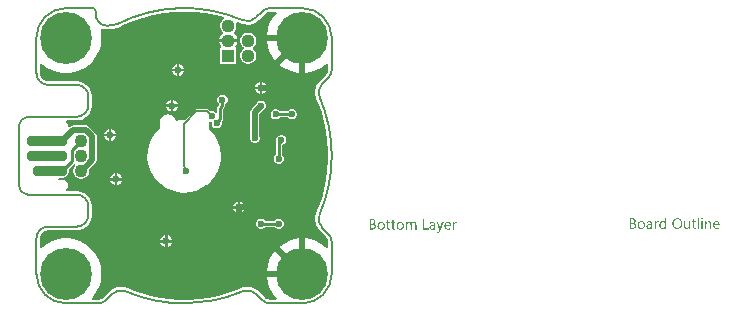
<source format=gbl>
G04*
G04 #@! TF.GenerationSoftware,Altium Limited,Altium Designer,22.5.1 (42)*
G04*
G04 Layer_Physical_Order=2*
G04 Layer_Color=16711680*
%FSAX44Y44*%
%MOMM*%
G71*
G04*
G04 #@! TF.SameCoordinates,210B23D7-8BD8-4DAC-88D1-AF52DF2CA714*
G04*
G04*
G04 #@! TF.FilePolarity,Positive*
G04*
G01*
G75*
%ADD10C,0.1500*%
%ADD11C,0.5000*%
%ADD13C,0.2000*%
%ADD46C,1.1000*%
%ADD54C,0.2500*%
%ADD56C,4.4000*%
%ADD57R,1.1100X1.1100*%
%ADD58C,1.1100*%
%ADD59C,0.6000*%
G04:AMPARAMS|DCode=60|XSize=0.9mm|YSize=3.4mm|CornerRadius=0.351mm|HoleSize=0mm|Usage=FLASHONLY|Rotation=90.000|XOffset=0mm|YOffset=0mm|HoleType=Round|Shape=RoundedRectangle|*
%AMROUNDEDRECTD60*
21,1,0.9000,2.6980,0,0,90.0*
21,1,0.1980,3.4000,0,0,90.0*
1,1,0.7020,1.3490,0.0990*
1,1,0.7020,1.3490,-0.0990*
1,1,0.7020,-1.3490,-0.0990*
1,1,0.7020,-1.3490,0.0990*
%
%ADD60ROUNDEDRECTD60*%
G04:AMPARAMS|DCode=61|XSize=0.9mm|YSize=2.9mm|CornerRadius=0.351mm|HoleSize=0mm|Usage=FLASHONLY|Rotation=90.000|XOffset=0mm|YOffset=0mm|HoleType=Round|Shape=RoundedRectangle|*
%AMROUNDEDRECTD61*
21,1,0.9000,2.1980,0,0,90.0*
21,1,0.1980,2.9000,0,0,90.0*
1,1,0.7020,1.0990,0.0990*
1,1,0.7020,1.0990,-0.0990*
1,1,0.7020,-1.0990,-0.0990*
1,1,0.7020,-1.0990,0.0990*
%
%ADD61ROUNDEDRECTD61*%
G36*
X00009361Y00121664D02*
X00018252Y00120651D01*
X00027045Y00118989D01*
X00033572Y00117251D01*
X00033753Y00115889D01*
X00033325Y00115641D01*
X00032059Y00114375D01*
X00031163Y00112825D01*
X00030700Y00111095D01*
X00030700Y00109305D01*
X00031163Y00107575D01*
X00032059Y00106025D01*
X00032998Y00105085D01*
X00033003Y00103622D01*
X00032864Y00103541D01*
X00031458Y00102136D01*
X00030464Y00100414D01*
X00029952Y00098500D01*
X00045048Y00098500D01*
X00044535Y00100414D01*
X00043541Y00102136D01*
X00042136Y00103541D01*
X00041997Y00103622D01*
X00042002Y00105085D01*
X00042941Y00106025D01*
X00043837Y00107575D01*
X00044300Y00109305D01*
X00044300Y00111095D01*
X00043933Y00112466D01*
X00044632Y00113248D01*
X00044943Y00113413D01*
X00048249Y00111981D01*
X00048328Y00111964D01*
X00048396Y00111922D01*
X00049887Y00111366D01*
X00050248Y00111308D01*
X00050596Y00111195D01*
X00053745Y00110822D01*
X00054229Y00110860D01*
X00054715Y00110862D01*
X00057823Y00111495D01*
X00058271Y00111682D01*
X00058731Y00111836D01*
X00061485Y00113410D01*
X00061783Y00113670D01*
X00062114Y00113888D01*
X00063247Y00115004D01*
X00063258Y00115021D01*
X00063275Y00115033D01*
X00068097Y00119913D01*
X00068575Y00120392D01*
X00069712Y00121151D01*
X00070975Y00121675D01*
X00072316Y00121941D01*
X00073000Y00121941D01*
X00077856Y00121941D01*
X00078342Y00120768D01*
X00077117Y00119544D01*
X00074342Y00115723D01*
X00072198Y00111516D01*
X00070739Y00107025D01*
X00070022Y00102500D01*
X00100000Y00102500D01*
X00100000Y00100000D01*
X00102500Y00100000D01*
X00102500Y00070022D01*
X00107025Y00070739D01*
X00111516Y00072198D01*
X00115723Y00074342D01*
X00119544Y00077117D01*
X00120768Y00078342D01*
X00121941Y00077856D01*
X00121941Y00073000D01*
X00121941Y00072316D01*
X00121675Y00070975D01*
X00121151Y00069712D01*
X00120420Y00068617D01*
X00120009Y00068232D01*
X00119985Y00068199D01*
X00119951Y00068176D01*
X00115010Y00063299D01*
X00114981Y00063255D01*
X00114938Y00063225D01*
X00113845Y00062070D01*
X00113650Y00061761D01*
X00113410Y00061485D01*
X00111836Y00058731D01*
X00111682Y00058270D01*
X00111495Y00057823D01*
X00110862Y00054715D01*
X00110860Y00054229D01*
X00110822Y00053745D01*
X00111195Y00050596D01*
X00111310Y00050241D01*
X00111372Y00049872D01*
X00111935Y00048385D01*
X00111972Y00048326D01*
X00111986Y00048257D01*
X00113623Y00044459D01*
X00116375Y00036658D01*
X00118591Y00028688D01*
X00120262Y00020586D01*
X00121381Y00012389D01*
X00121941Y00004136D01*
X00121941Y-00004136D01*
X00121381Y-00012390D01*
X00120262Y-00020586D01*
X00118591Y-00028688D01*
X00116375Y-00036657D01*
X00113624Y-00044456D01*
X00111981Y-00048249D01*
X00111964Y-00048328D01*
X00111922Y-00048396D01*
X00111366Y-00049887D01*
X00111308Y-00050248D01*
X00111195Y-00050596D01*
X00110822Y-00053745D01*
X00110860Y-00054229D01*
X00110862Y-00054715D01*
X00111495Y-00057823D01*
X00111682Y-00058271D01*
X00111836Y-00058731D01*
X00113410Y-00061485D01*
X00113670Y-00061783D01*
X00113888Y-00062115D01*
X00115004Y-00063247D01*
X00115021Y-00063258D01*
X00115033Y-00063275D01*
X00119913Y-00068097D01*
X00120392Y-00068575D01*
X00121151Y-00069712D01*
X00121675Y-00070975D01*
X00121941Y-00072316D01*
X00121941Y-00073000D01*
X00121941Y-00077856D01*
X00120768Y-00078342D01*
X00119544Y-00077117D01*
X00115723Y-00074342D01*
X00111516Y-00072198D01*
X00107025Y-00070739D01*
X00102500Y-00070022D01*
X00102500Y-00100000D01*
X00100000Y-00100000D01*
X00100000Y-00102500D01*
X00070022Y-00102500D01*
X00070739Y-00107025D01*
X00072198Y-00111516D01*
X00074342Y-00115723D01*
X00077117Y-00119544D01*
X00078342Y-00120768D01*
X00077856Y-00121941D01*
X00073000Y-00121941D01*
X00072316Y-00121941D01*
X00070975Y-00121675D01*
X00069712Y-00121151D01*
X00068617Y-00120420D01*
X00068232Y-00120009D01*
X00068199Y-00119985D01*
X00068176Y-00119951D01*
X00063299Y-00115011D01*
X00063255Y-00114981D01*
X00063225Y-00114939D01*
X00062070Y-00113845D01*
X00061761Y-00113650D01*
X00061485Y-00113410D01*
X00058731Y-00111836D01*
X00058270Y-00111682D01*
X00057823Y-00111495D01*
X00054715Y-00110862D01*
X00054229Y-00110860D01*
X00053745Y-00110822D01*
X00050596Y-00111195D01*
X00050241Y-00111310D01*
X00049872Y-00111372D01*
X00048385Y-00111935D01*
X00048326Y-00111972D01*
X00048257Y-00111986D01*
X00044476Y-00113616D01*
X00036711Y-00116357D01*
X00028779Y-00118568D01*
X00020715Y-00120239D01*
X00012558Y-00121363D01*
X00004342Y-00121934D01*
X-00003892Y-00121949D01*
X-00012110Y-00121409D01*
X-00020271Y-00120315D01*
X-00028341Y-00118674D01*
X-00036281Y-00116492D01*
X-00044056Y-00113779D01*
X-00047816Y-00112175D01*
X-00048210Y-00111998D01*
X-00048309Y-00111975D01*
X-00048396Y-00111922D01*
X-00049887Y-00111366D01*
X-00050248Y-00111308D01*
X-00050596Y-00111195D01*
X-00053745Y-00110822D01*
X-00054229Y-00110860D01*
X-00054715Y-00110862D01*
X-00057823Y-00111495D01*
X-00058271Y-00111682D01*
X-00058731Y-00111836D01*
X-00061485Y-00113410D01*
X-00061783Y-00113670D01*
X-00062114Y-00113888D01*
X-00063247Y-00115004D01*
X-00063258Y-00115021D01*
X-00063275Y-00115033D01*
X-00068097Y-00119913D01*
X-00068575Y-00120392D01*
X-00069712Y-00121152D01*
X-00070975Y-00121675D01*
X-00072316Y-00121941D01*
X-00073000Y-00121941D01*
X-00077856Y-00121941D01*
X-00078342Y-00120768D01*
X-00077117Y-00119544D01*
X-00074342Y-00115723D01*
X-00072198Y-00111516D01*
X-00070739Y-00107025D01*
X-00070000Y-00102361D01*
X-00070000Y-00097639D01*
X-00070739Y-00092975D01*
X-00072198Y-00088484D01*
X-00074342Y-00084277D01*
X-00077117Y-00080456D01*
X-00080456Y-00077117D01*
X-00084277Y-00074342D01*
X-00088484Y-00072198D01*
X-00092975Y-00070739D01*
X-00097639Y-00070000D01*
X-00102361Y-00070000D01*
X-00107025Y-00070739D01*
X-00111516Y-00072198D01*
X-00115723Y-00074342D01*
X-00119544Y-00077117D01*
X-00120768Y-00078342D01*
X-00121941Y-00077856D01*
X-00121941Y-00069316D01*
X-00121675Y-00067975D01*
X-00121151Y-00066712D01*
X-00120392Y-00065575D01*
X-00119425Y-00064608D01*
X-00118288Y-00063849D01*
X-00117025Y-00063325D01*
X-00115684Y-00063059D01*
X-00115000Y-00063059D01*
X-00091000Y-00063058D01*
X-00090925Y-00063044D01*
X-00090850Y-00063055D01*
X-00089870Y-00063007D01*
X-00089650Y-00062951D01*
X-00089423Y-00062951D01*
X-00087500Y-00062569D01*
X-00087222Y-00062454D01*
X-00086927Y-00062395D01*
X-00085116Y-00061645D01*
X-00084865Y-00061478D01*
X-00084587Y-00061362D01*
X-00082957Y-00060273D01*
X-00082744Y-00060060D01*
X-00082493Y-00059893D01*
X-00081107Y-00058507D01*
X-00080940Y-00058256D01*
X-00080727Y-00058043D01*
X-00079638Y-00056413D01*
X-00079523Y-00056135D01*
X-00079355Y-00055884D01*
X-00078605Y-00054073D01*
X-00078546Y-00053778D01*
X-00078431Y-00053500D01*
X-00078048Y-00051577D01*
X-00078048Y-00051350D01*
X-00077993Y-00051130D01*
X-00077945Y-00050150D01*
X-00077956Y-00050076D01*
X-00077941Y-00050002D01*
X-00077937Y-00043002D01*
X-00077952Y-00042926D01*
X-00077941Y-00042850D01*
X-00077989Y-00041870D01*
X-00078044Y-00041649D01*
X-00078044Y-00041423D01*
X-00078426Y-00039500D01*
X-00078542Y-00039222D01*
X-00078600Y-00038926D01*
X-00079351Y-00037115D01*
X-00079518Y-00036865D01*
X-00079633Y-00036586D01*
X-00080722Y-00034957D01*
X-00080935Y-00034743D01*
X-00081103Y-00034493D01*
X-00082489Y-00033107D01*
X-00082739Y-00032940D01*
X-00082952Y-00032727D01*
X-00084582Y-00031637D01*
X-00084861Y-00031522D01*
X-00085111Y-00031355D01*
X-00086922Y-00030605D01*
X-00087218Y-00030546D01*
X-00087496Y-00030431D01*
X-00089419Y-00030048D01*
X-00089646Y-00030048D01*
X-00089865Y-00029993D01*
X-00090850Y-00029945D01*
X-00090925Y-00029956D01*
X-00091000Y-00029941D01*
X-00099559Y-00029941D01*
X-00099944Y-00028671D01*
X-00099575Y-00028425D01*
X-00098526Y-00026853D01*
X-00098157Y-00025000D01*
X-00098526Y-00023147D01*
X-00099575Y-00021575D01*
X-00101147Y-00020526D01*
X-00103000Y-00020157D01*
X-00106566Y-00020157D01*
X-00106708Y-00019813D01*
X-00105860Y-00018543D01*
X-00102510Y-00018543D01*
X-00100653Y-00018174D01*
X-00099078Y-00017122D01*
X-00098026Y-00015547D01*
X-00097657Y-00013690D01*
X-00097657Y-00011710D01*
X-00097781Y-00011086D01*
X-00093312Y-00006617D01*
X-00092168Y-00006744D01*
X-00092108Y-00008262D01*
X-00092401Y-00008555D01*
X-00093290Y-00010095D01*
X-00093750Y-00011811D01*
X-00093750Y-00013589D01*
X-00093290Y-00015305D01*
X-00092401Y-00016845D01*
X-00091145Y-00018101D01*
X-00089605Y-00018990D01*
X-00087889Y-00019450D01*
X-00086111Y-00019450D01*
X-00084395Y-00018990D01*
X-00082855Y-00018101D01*
X-00081599Y-00016845D01*
X-00080710Y-00015305D01*
X-00080250Y-00013589D01*
X-00080250Y-00011811D01*
X-00080265Y-00011754D01*
X-00075047Y-00006535D01*
X-00074218Y-00005295D01*
X-00073927Y-00003832D01*
X-00073927Y00016531D01*
X-00074218Y00017995D01*
X-00075047Y00019235D01*
X-00080465Y00024654D01*
X-00081706Y00025482D01*
X-00083169Y00025773D01*
X-00093750Y00025773D01*
X-00095213Y00025482D01*
X-00096454Y00024654D01*
X-00097049Y00024058D01*
X-00098220Y00024684D01*
X-00098157Y00025000D01*
X-00098526Y00026853D01*
X-00099575Y00028425D01*
X-00099945Y00028671D01*
X-00099559Y00029941D01*
X-00090977Y00029941D01*
X-00090903Y00029956D01*
X-00090828Y00029945D01*
X-00089847Y00029993D01*
X-00089627Y00030048D01*
X-00089401Y00030048D01*
X-00087478Y00030431D01*
X-00087200Y00030546D01*
X-00086904Y00030605D01*
X-00085093Y00031355D01*
X-00084843Y00031522D01*
X-00084564Y00031638D01*
X-00082934Y00032727D01*
X-00082721Y00032940D01*
X-00082471Y00033107D01*
X-00081085Y00034493D01*
X-00080917Y00034744D01*
X-00080704Y00034957D01*
X-00079615Y00036587D01*
X-00079500Y00036865D01*
X-00079332Y00037115D01*
X-00078582Y00038927D01*
X-00078524Y00039222D01*
X-00078408Y00039500D01*
X-00078026Y00041423D01*
X-00078026Y00041678D01*
X-00077969Y00041926D01*
X-00077938Y00042906D01*
X-00077946Y00042954D01*
X-00077937Y00043002D01*
X-00077941Y00050002D01*
X-00077956Y00050076D01*
X-00077945Y00050150D01*
X-00077993Y00051130D01*
X-00078048Y00051350D01*
X-00078048Y00051577D01*
X-00078431Y00053500D01*
X-00078546Y00053778D01*
X-00078605Y00054074D01*
X-00079355Y00055885D01*
X-00079523Y00056135D01*
X-00079638Y00056413D01*
X-00080727Y00058043D01*
X-00080940Y00058256D01*
X-00081107Y00058507D01*
X-00082493Y00059893D01*
X-00082744Y00060060D01*
X-00082957Y00060273D01*
X-00084587Y00061362D01*
X-00084865Y00061478D01*
X-00085116Y00061645D01*
X-00086927Y00062395D01*
X-00087222Y00062454D01*
X-00087500Y00062569D01*
X-00089423Y00062952D01*
X-00089650Y00062952D01*
X-00089870Y00063007D01*
X-00090850Y00063055D01*
X-00090925Y00063044D01*
X-00091000Y00063059D01*
X-00115000Y00063059D01*
X-00115684Y00063059D01*
X-00117025Y00063326D01*
X-00118288Y00063849D01*
X-00119425Y00064608D01*
X-00120392Y00065575D01*
X-00121152Y00066712D01*
X-00121675Y00067975D01*
X-00121941Y00069316D01*
X-00121941Y00077856D01*
X-00120768Y00078342D01*
X-00119544Y00077117D01*
X-00115723Y00074342D01*
X-00111516Y00072198D01*
X-00107025Y00070739D01*
X-00102361Y00070000D01*
X-00097639Y00070000D01*
X-00092975Y00070739D01*
X-00088484Y00072198D01*
X-00084277Y00074342D01*
X-00080456Y00077117D01*
X-00077117Y00080456D01*
X-00074342Y00084277D01*
X-00072198Y00088484D01*
X-00070739Y00092975D01*
X-00070000Y00097639D01*
X-00070000Y00102361D01*
X-00070721Y00106912D01*
X-00070497Y00107213D01*
X-00069672Y00107853D01*
X-00069073Y00107605D01*
X-00068778Y00107546D01*
X-00068500Y00107431D01*
X-00066577Y00107048D01*
X-00066350Y00107048D01*
X-00066130Y00106993D01*
X-00065150Y00106945D01*
X-00065044Y00106961D01*
X-00064938Y00106942D01*
X-00063921Y00106963D01*
X-00063828Y00106983D01*
X-00063734Y00106972D01*
X-00061707Y00107138D01*
X-00061586Y00107172D01*
X-00061460Y00107168D01*
X-00059452Y00107498D01*
X-00059335Y00107542D01*
X-00059209Y00107548D01*
X-00057235Y00108040D01*
X-00057233Y00108040D01*
X-00057231Y00108041D01*
X-00056241Y00108288D01*
X-00055926Y00108438D01*
X-00055590Y00108533D01*
X-00051608Y00110573D01*
X-00043365Y00114058D01*
X-00034890Y00116929D01*
X-00026227Y00119171D01*
X-00017422Y00120773D01*
X-00008525Y00121725D01*
X00000419Y00122023D01*
X00009361Y00121664D01*
X00009361Y00121664D02*
G37*
G36*
X00438642Y-00052543D02*
X00438712Y-00052558D01*
X00438783Y-00052582D01*
X00438862Y-00052621D01*
X00438940Y-00052668D01*
X00439019Y-00052731D01*
X00439026Y-00052739D01*
X00439050Y-00052762D01*
X00439081Y-00052802D01*
X00439120Y-00052857D01*
X00439152Y-00052927D01*
X00439183Y-00053006D01*
X00439207Y-00053100D01*
X00439215Y-00053202D01*
X00439215Y-00053218D01*
X00439215Y-00053249D01*
X00439207Y-00053296D01*
X00439191Y-00053367D01*
X00439168Y-00053437D01*
X00439128Y-00053516D01*
X00439081Y-00053594D01*
X00439019Y-00053673D01*
X00439011Y-00053681D01*
X00438987Y-00053704D01*
X00438940Y-00053736D01*
X00438885Y-00053767D01*
X00438814Y-00053798D01*
X00438736Y-00053830D01*
X00438650Y-00053853D01*
X00438548Y-00053861D01*
X00438500Y-00053861D01*
X00438453Y-00053853D01*
X00438383Y-00053838D01*
X00438312Y-00053814D01*
X00438234Y-00053783D01*
X00438155Y-00053744D01*
X00438077Y-00053681D01*
X00438069Y-00053673D01*
X00438045Y-00053649D01*
X00438014Y-00053602D01*
X00437982Y-00053547D01*
X00437951Y-00053485D01*
X00437920Y-00053398D01*
X00437896Y-00053304D01*
X00437888Y-00053202D01*
X00437888Y-00053186D01*
X00437888Y-00053155D01*
X00437896Y-00053100D01*
X00437912Y-00053037D01*
X00437935Y-00052959D01*
X00437967Y-00052880D01*
X00438014Y-00052802D01*
X00438077Y-00052731D01*
X00438084Y-00052723D01*
X00438108Y-00052700D01*
X00438155Y-00052668D01*
X00438210Y-00052629D01*
X00438281Y-00052598D01*
X00438359Y-00052566D01*
X00438446Y-00052543D01*
X00438548Y-00052535D01*
X00438595Y-00052535D01*
X00438642Y-00052543D01*
X00438642Y-00052543D02*
G37*
G36*
X00408244Y-00061851D02*
X00407224Y-00061851D01*
X00407224Y-00060776D01*
X00407200Y-00060776D01*
X00407192Y-00060792D01*
X00407169Y-00060831D01*
X00407122Y-00060886D01*
X00407067Y-00060964D01*
X00406988Y-00061058D01*
X00406902Y-00061160D01*
X00406792Y-00061270D01*
X00406659Y-00061388D01*
X00406517Y-00061506D01*
X00406353Y-00061616D01*
X00406172Y-00061718D01*
X00405976Y-00061812D01*
X00405764Y-00061890D01*
X00405528Y-00061945D01*
X00405277Y-00061985D01*
X00405010Y-00062000D01*
X00404955Y-00062000D01*
X00404893Y-00061992D01*
X00404814Y-00061985D01*
X00404712Y-00061977D01*
X00404594Y-00061953D01*
X00404461Y-00061930D01*
X00404320Y-00061890D01*
X00404171Y-00061851D01*
X00404014Y-00061788D01*
X00403857Y-00061726D01*
X00403692Y-00061639D01*
X00403535Y-00061545D01*
X00403378Y-00061427D01*
X00403229Y-00061294D01*
X00403088Y-00061145D01*
X00403080Y-00061137D01*
X00403056Y-00061105D01*
X00403025Y-00061058D01*
X00402978Y-00060988D01*
X00402923Y-00060901D01*
X00402860Y-00060799D01*
X00402797Y-00060674D01*
X00402734Y-00060532D01*
X00402664Y-00060375D01*
X00402601Y-00060203D01*
X00402538Y-00060007D01*
X00402483Y-00059803D01*
X00402436Y-00059583D01*
X00402405Y-00059339D01*
X00402381Y-00059088D01*
X00402373Y-00058822D01*
X00402373Y-00058814D01*
X00402373Y-00058806D01*
X00402373Y-00058782D01*
X00402373Y-00058751D01*
X00402381Y-00058672D01*
X00402389Y-00058562D01*
X00402397Y-00058421D01*
X00402413Y-00058272D01*
X00402436Y-00058099D01*
X00402475Y-00057911D01*
X00402515Y-00057715D01*
X00402570Y-00057503D01*
X00402632Y-00057299D01*
X00402711Y-00057079D01*
X00402797Y-00056875D01*
X00402907Y-00056671D01*
X00403025Y-00056475D01*
X00403166Y-00056286D01*
X00403174Y-00056279D01*
X00403205Y-00056247D01*
X00403252Y-00056200D01*
X00403315Y-00056137D01*
X00403394Y-00056067D01*
X00403488Y-00055980D01*
X00403606Y-00055894D01*
X00403731Y-00055808D01*
X00403880Y-00055721D01*
X00404037Y-00055635D01*
X00404210Y-00055549D01*
X00404398Y-00055478D01*
X00404602Y-00055415D01*
X00404822Y-00055368D01*
X00405050Y-00055337D01*
X00405293Y-00055329D01*
X00405348Y-00055329D01*
X00405419Y-00055337D01*
X00405505Y-00055345D01*
X00405615Y-00055360D01*
X00405740Y-00055384D01*
X00405874Y-00055415D01*
X00406023Y-00055455D01*
X00406180Y-00055509D01*
X00406337Y-00055580D01*
X00406494Y-00055666D01*
X00406651Y-00055768D01*
X00406800Y-00055886D01*
X00406949Y-00056020D01*
X00407082Y-00056184D01*
X00407200Y-00056365D01*
X00407224Y-00056365D01*
X00407224Y-00052417D01*
X00408244Y-00052417D01*
X00408244Y-00061851D01*
X00408244Y-00061851D02*
G37*
G36*
X00444348Y-00055337D02*
X00444418Y-00055337D01*
X00444505Y-00055352D01*
X00444607Y-00055368D01*
X00444716Y-00055384D01*
X00444834Y-00055415D01*
X00444960Y-00055447D01*
X00445093Y-00055494D01*
X00445227Y-00055549D01*
X00445360Y-00055619D01*
X00445486Y-00055698D01*
X00445611Y-00055784D01*
X00445729Y-00055894D01*
X00445839Y-00056012D01*
X00445847Y-00056020D01*
X00445862Y-00056043D01*
X00445894Y-00056082D01*
X00445925Y-00056137D01*
X00445965Y-00056208D01*
X00446012Y-00056294D01*
X00446067Y-00056396D01*
X00446121Y-00056506D01*
X00446169Y-00056640D01*
X00446223Y-00056781D01*
X00446271Y-00056946D01*
X00446310Y-00057118D01*
X00446341Y-00057307D01*
X00446373Y-00057511D01*
X00446388Y-00057723D01*
X00446396Y-00057958D01*
X00446396Y-00061851D01*
X00445376Y-00061851D01*
X00445376Y-00058217D01*
X00445376Y-00058209D01*
X00445376Y-00058194D01*
X00445376Y-00058170D01*
X00445376Y-00058131D01*
X00445368Y-00058084D01*
X00445368Y-00058029D01*
X00445352Y-00057903D01*
X00445329Y-00057746D01*
X00445297Y-00057574D01*
X00445250Y-00057393D01*
X00445187Y-00057205D01*
X00445109Y-00057016D01*
X00445015Y-00056836D01*
X00444897Y-00056663D01*
X00444748Y-00056506D01*
X00444583Y-00056381D01*
X00444489Y-00056326D01*
X00444379Y-00056279D01*
X00444269Y-00056239D01*
X00444151Y-00056216D01*
X00444026Y-00056200D01*
X00443892Y-00056192D01*
X00443822Y-00056192D01*
X00443767Y-00056200D01*
X00443704Y-00056208D01*
X00443626Y-00056224D01*
X00443539Y-00056239D01*
X00443453Y-00056263D01*
X00443351Y-00056294D01*
X00443249Y-00056333D01*
X00443147Y-00056381D01*
X00443037Y-00056435D01*
X00442935Y-00056506D01*
X00442825Y-00056585D01*
X00442723Y-00056671D01*
X00442629Y-00056773D01*
X00442621Y-00056781D01*
X00442605Y-00056797D01*
X00442582Y-00056828D01*
X00442550Y-00056875D01*
X00442511Y-00056930D01*
X00442472Y-00057001D01*
X00442425Y-00057079D01*
X00442378Y-00057165D01*
X00442331Y-00057267D01*
X00442284Y-00057377D01*
X00442244Y-00057495D01*
X00442205Y-00057621D01*
X00442174Y-00057762D01*
X00442150Y-00057903D01*
X00442134Y-00058060D01*
X00442127Y-00058217D01*
X00442127Y-00061851D01*
X00441106Y-00061851D01*
X00441106Y-00055478D01*
X00442127Y-00055478D01*
X00442127Y-00056538D01*
X00442150Y-00056538D01*
X00442158Y-00056522D01*
X00442181Y-00056483D01*
X00442229Y-00056428D01*
X00442284Y-00056349D01*
X00442362Y-00056255D01*
X00442448Y-00056153D01*
X00442558Y-00056043D01*
X00442684Y-00055933D01*
X00442825Y-00055823D01*
X00442982Y-00055714D01*
X00443155Y-00055611D01*
X00443335Y-00055517D01*
X00443539Y-00055439D01*
X00443759Y-00055384D01*
X00443994Y-00055345D01*
X00444246Y-00055329D01*
X00444293Y-00055329D01*
X00444348Y-00055337D01*
X00444348Y-00055337D02*
G37*
G36*
X00401227Y-00055376D02*
X00401314Y-00055376D01*
X00401408Y-00055392D01*
X00401510Y-00055407D01*
X00401612Y-00055423D01*
X00401698Y-00055455D01*
X00401698Y-00056514D01*
X00401683Y-00056506D01*
X00401651Y-00056483D01*
X00401589Y-00056451D01*
X00401502Y-00056412D01*
X00401384Y-00056373D01*
X00401259Y-00056341D01*
X00401102Y-00056318D01*
X00400921Y-00056310D01*
X00400859Y-00056310D01*
X00400812Y-00056318D01*
X00400756Y-00056326D01*
X00400694Y-00056341D01*
X00400545Y-00056389D01*
X00400458Y-00056420D01*
X00400372Y-00056459D01*
X00400278Y-00056514D01*
X00400184Y-00056569D01*
X00400097Y-00056640D01*
X00400003Y-00056726D01*
X00399917Y-00056820D01*
X00399830Y-00056930D01*
X00399823Y-00056938D01*
X00399815Y-00056961D01*
X00399791Y-00056993D01*
X00399760Y-00057040D01*
X00399728Y-00057103D01*
X00399689Y-00057181D01*
X00399650Y-00057267D01*
X00399611Y-00057369D01*
X00399571Y-00057479D01*
X00399532Y-00057605D01*
X00399493Y-00057746D01*
X00399462Y-00057895D01*
X00399430Y-00058060D01*
X00399407Y-00058233D01*
X00399399Y-00058413D01*
X00399391Y-00058610D01*
X00399391Y-00061851D01*
X00398371Y-00061851D01*
X00398371Y-00055478D01*
X00399391Y-00055478D01*
X00399391Y-00056797D01*
X00399414Y-00056797D01*
X00399414Y-00056789D01*
X00399422Y-00056765D01*
X00399438Y-00056734D01*
X00399454Y-00056687D01*
X00399477Y-00056632D01*
X00399509Y-00056561D01*
X00399579Y-00056412D01*
X00399673Y-00056239D01*
X00399791Y-00056067D01*
X00399925Y-00055902D01*
X00400081Y-00055745D01*
X00400089Y-00055737D01*
X00400105Y-00055729D01*
X00400129Y-00055714D01*
X00400160Y-00055682D01*
X00400199Y-00055658D01*
X00400254Y-00055627D01*
X00400372Y-00055557D01*
X00400521Y-00055486D01*
X00400694Y-00055423D01*
X00400882Y-00055384D01*
X00400984Y-00055376D01*
X00401086Y-00055368D01*
X00401149Y-00055368D01*
X00401227Y-00055376D01*
X00401227Y-00055376D02*
G37*
G36*
X00194783Y-00055988D02*
X00194830Y-00055988D01*
X00194885Y-00055995D01*
X00195019Y-00056019D01*
X00195176Y-00056058D01*
X00195356Y-00056113D01*
X00195544Y-00056200D01*
X00195741Y-00056302D01*
X00195843Y-00056372D01*
X00195937Y-00056443D01*
X00196031Y-00056521D01*
X00196125Y-00056616D01*
X00196219Y-00056718D01*
X00196306Y-00056828D01*
X00196384Y-00056945D01*
X00196463Y-00057079D01*
X00196533Y-00057220D01*
X00196596Y-00057377D01*
X00196651Y-00057542D01*
X00196706Y-00057722D01*
X00196737Y-00057911D01*
X00196769Y-00058123D01*
X00196784Y-00058342D01*
X00196792Y-00058578D01*
X00196792Y-00062502D01*
X00195772Y-00062502D01*
X00195772Y-00058845D01*
X00195772Y-00058829D01*
X00195772Y-00058797D01*
X00195772Y-00058743D01*
X00195764Y-00058672D01*
X00195764Y-00058586D01*
X00195756Y-00058484D01*
X00195749Y-00058374D01*
X00195733Y-00058256D01*
X00195694Y-00058005D01*
X00195631Y-00057754D01*
X00195599Y-00057628D01*
X00195552Y-00057518D01*
X00195497Y-00057408D01*
X00195442Y-00057314D01*
X00195442Y-00057306D01*
X00195427Y-00057291D01*
X00195411Y-00057267D01*
X00195380Y-00057243D01*
X00195348Y-00057204D01*
X00195301Y-00057165D01*
X00195246Y-00057126D01*
X00195183Y-00057079D01*
X00195113Y-00057032D01*
X00195034Y-00056992D01*
X00194940Y-00056953D01*
X00194846Y-00056914D01*
X00194736Y-00056890D01*
X00194611Y-00056867D01*
X00194485Y-00056851D01*
X00194344Y-00056843D01*
X00194281Y-00056843D01*
X00194234Y-00056851D01*
X00194179Y-00056859D01*
X00194116Y-00056875D01*
X00193959Y-00056914D01*
X00193873Y-00056945D01*
X00193786Y-00056992D01*
X00193692Y-00057039D01*
X00193606Y-00057094D01*
X00193512Y-00057165D01*
X00193417Y-00057243D01*
X00193323Y-00057338D01*
X00193237Y-00057440D01*
X00193229Y-00057448D01*
X00193221Y-00057463D01*
X00193198Y-00057502D01*
X00193166Y-00057542D01*
X00193135Y-00057604D01*
X00193096Y-00057675D01*
X00193049Y-00057754D01*
X00193009Y-00057840D01*
X00192970Y-00057942D01*
X00192923Y-00058052D01*
X00192884Y-00058170D01*
X00192852Y-00058295D01*
X00192821Y-00058429D01*
X00192805Y-00058570D01*
X00192790Y-00058711D01*
X00192782Y-00058868D01*
X00192782Y-00062502D01*
X00191761Y-00062502D01*
X00191761Y-00058719D01*
X00191761Y-00058711D01*
X00191761Y-00058696D01*
X00191761Y-00058672D01*
X00191761Y-00058640D01*
X00191754Y-00058593D01*
X00191754Y-00058546D01*
X00191738Y-00058429D01*
X00191714Y-00058287D01*
X00191683Y-00058123D01*
X00191644Y-00057958D01*
X00191581Y-00057777D01*
X00191502Y-00057604D01*
X00191408Y-00057440D01*
X00191290Y-00057275D01*
X00191149Y-00057134D01*
X00190984Y-00057016D01*
X00190890Y-00056969D01*
X00190788Y-00056922D01*
X00190678Y-00056890D01*
X00190568Y-00056867D01*
X00190443Y-00056851D01*
X00190309Y-00056843D01*
X00190247Y-00056843D01*
X00190200Y-00056851D01*
X00190137Y-00056859D01*
X00190074Y-00056875D01*
X00189917Y-00056914D01*
X00189831Y-00056945D01*
X00189744Y-00056985D01*
X00189650Y-00057024D01*
X00189556Y-00057079D01*
X00189462Y-00057149D01*
X00189368Y-00057220D01*
X00189281Y-00057306D01*
X00189195Y-00057408D01*
X00189187Y-00057416D01*
X00189179Y-00057432D01*
X00189156Y-00057463D01*
X00189124Y-00057510D01*
X00189093Y-00057565D01*
X00189062Y-00057628D01*
X00189022Y-00057706D01*
X00188983Y-00057801D01*
X00188936Y-00057903D01*
X00188897Y-00058013D01*
X00188865Y-00058130D01*
X00188834Y-00058256D01*
X00188803Y-00058397D01*
X00188779Y-00058546D01*
X00188771Y-00058703D01*
X00188763Y-00058868D01*
X00188763Y-00062502D01*
X00187743Y-00062502D01*
X00187743Y-00056129D01*
X00188763Y-00056129D01*
X00188763Y-00057141D01*
X00188787Y-00057141D01*
X00188795Y-00057126D01*
X00188818Y-00057094D01*
X00188857Y-00057032D01*
X00188912Y-00056961D01*
X00188983Y-00056875D01*
X00189069Y-00056773D01*
X00189171Y-00056670D01*
X00189289Y-00056561D01*
X00189422Y-00056451D01*
X00189572Y-00056349D01*
X00189736Y-00056247D01*
X00189909Y-00056160D01*
X00190105Y-00056090D01*
X00190317Y-00056027D01*
X00190537Y-00055995D01*
X00190772Y-00055980D01*
X00190835Y-00055980D01*
X00190882Y-00055988D01*
X00190937Y-00055988D01*
X00191008Y-00055995D01*
X00191079Y-00056011D01*
X00191157Y-00056027D01*
X00191338Y-00056066D01*
X00191526Y-00056137D01*
X00191714Y-00056223D01*
X00191808Y-00056286D01*
X00191903Y-00056349D01*
X00191910Y-00056357D01*
X00191926Y-00056364D01*
X00191950Y-00056388D01*
X00191981Y-00056411D01*
X00192068Y-00056498D01*
X00192169Y-00056600D01*
X00192279Y-00056741D01*
X00192389Y-00056906D01*
X00192491Y-00057094D01*
X00192570Y-00057306D01*
X00192578Y-00057291D01*
X00192601Y-00057251D01*
X00192648Y-00057181D01*
X00192703Y-00057102D01*
X00192782Y-00057000D01*
X00192868Y-00056882D01*
X00192978Y-00056765D01*
X00193104Y-00056639D01*
X00193245Y-00056521D01*
X00193402Y-00056396D01*
X00193574Y-00056286D01*
X00193763Y-00056184D01*
X00193975Y-00056105D01*
X00194195Y-00056035D01*
X00194438Y-00055995D01*
X00194689Y-00055980D01*
X00194744Y-00055980D01*
X00194783Y-00055988D01*
X00194783Y-00055988D02*
G37*
G36*
X00230384Y-00056027D02*
X00230471Y-00056027D01*
X00230565Y-00056043D01*
X00230667Y-00056058D01*
X00230769Y-00056074D01*
X00230855Y-00056105D01*
X00230855Y-00057165D01*
X00230840Y-00057157D01*
X00230808Y-00057134D01*
X00230745Y-00057102D01*
X00230659Y-00057063D01*
X00230541Y-00057024D01*
X00230416Y-00056992D01*
X00230259Y-00056969D01*
X00230078Y-00056961D01*
X00230016Y-00056961D01*
X00229968Y-00056969D01*
X00229914Y-00056977D01*
X00229851Y-00056992D01*
X00229701Y-00057039D01*
X00229615Y-00057071D01*
X00229529Y-00057110D01*
X00229435Y-00057165D01*
X00229340Y-00057220D01*
X00229254Y-00057291D01*
X00229160Y-00057377D01*
X00229074Y-00057471D01*
X00228987Y-00057581D01*
X00228979Y-00057589D01*
X00228972Y-00057612D01*
X00228948Y-00057644D01*
X00228917Y-00057691D01*
X00228885Y-00057754D01*
X00228846Y-00057832D01*
X00228807Y-00057919D01*
X00228768Y-00058021D01*
X00228728Y-00058130D01*
X00228689Y-00058256D01*
X00228650Y-00058397D01*
X00228618Y-00058546D01*
X00228587Y-00058711D01*
X00228563Y-00058884D01*
X00228556Y-00059064D01*
X00228548Y-00059261D01*
X00228548Y-00062502D01*
X00227528Y-00062502D01*
X00227528Y-00056129D01*
X00228548Y-00056129D01*
X00228548Y-00057448D01*
X00228571Y-00057448D01*
X00228571Y-00057440D01*
X00228579Y-00057416D01*
X00228595Y-00057385D01*
X00228611Y-00057338D01*
X00228634Y-00057283D01*
X00228666Y-00057212D01*
X00228736Y-00057063D01*
X00228830Y-00056890D01*
X00228948Y-00056718D01*
X00229081Y-00056553D01*
X00229238Y-00056396D01*
X00229246Y-00056388D01*
X00229262Y-00056380D01*
X00229286Y-00056364D01*
X00229317Y-00056333D01*
X00229356Y-00056309D01*
X00229411Y-00056278D01*
X00229529Y-00056207D01*
X00229678Y-00056137D01*
X00229851Y-00056074D01*
X00230039Y-00056035D01*
X00230141Y-00056027D01*
X00230243Y-00056019D01*
X00230306Y-00056019D01*
X00230384Y-00056027D01*
X00230384Y-00056027D02*
G37*
G36*
X00428564Y-00061851D02*
X00427544Y-00061851D01*
X00427544Y-00060847D01*
X00427520Y-00060847D01*
X00427512Y-00060862D01*
X00427489Y-00060894D01*
X00427450Y-00060956D01*
X00427402Y-00061027D01*
X00427332Y-00061113D01*
X00427246Y-00061207D01*
X00427151Y-00061317D01*
X00427034Y-00061419D01*
X00426908Y-00061529D01*
X00426759Y-00061631D01*
X00426602Y-00061733D01*
X00426421Y-00061820D01*
X00426225Y-00061890D01*
X00426021Y-00061953D01*
X00425794Y-00061985D01*
X00425550Y-00062000D01*
X00425495Y-00062000D01*
X00425456Y-00061992D01*
X00425401Y-00061992D01*
X00425338Y-00061985D01*
X00425268Y-00061969D01*
X00425197Y-00061961D01*
X00425024Y-00061914D01*
X00424828Y-00061859D01*
X00424624Y-00061773D01*
X00424522Y-00061718D01*
X00424412Y-00061663D01*
X00424302Y-00061592D01*
X00424200Y-00061521D01*
X00424098Y-00061435D01*
X00423996Y-00061341D01*
X00423894Y-00061231D01*
X00423800Y-00061121D01*
X00423714Y-00060996D01*
X00423627Y-00060854D01*
X00423557Y-00060705D01*
X00423486Y-00060548D01*
X00423423Y-00060375D01*
X00423368Y-00060187D01*
X00423329Y-00059983D01*
X00423298Y-00059771D01*
X00423282Y-00059536D01*
X00423274Y-00059292D01*
X00423274Y-00055478D01*
X00424287Y-00055478D01*
X00424287Y-00059128D01*
X00424287Y-00059135D01*
X00424287Y-00059151D01*
X00424287Y-00059175D01*
X00424287Y-00059214D01*
X00424295Y-00059261D01*
X00424295Y-00059316D01*
X00424310Y-00059442D01*
X00424334Y-00059598D01*
X00424365Y-00059763D01*
X00424420Y-00059952D01*
X00424483Y-00060132D01*
X00424561Y-00060321D01*
X00424663Y-00060509D01*
X00424789Y-00060674D01*
X00424938Y-00060831D01*
X00425119Y-00060956D01*
X00425213Y-00061011D01*
X00425323Y-00061058D01*
X00425440Y-00061098D01*
X00425558Y-00061121D01*
X00425691Y-00061137D01*
X00425833Y-00061145D01*
X00425903Y-00061145D01*
X00425958Y-00061137D01*
X00426021Y-00061129D01*
X00426092Y-00061113D01*
X00426178Y-00061098D01*
X00426264Y-00061074D01*
X00426359Y-00061051D01*
X00426461Y-00061011D01*
X00426563Y-00060964D01*
X00426665Y-00060909D01*
X00426767Y-00060847D01*
X00426869Y-00060776D01*
X00426963Y-00060690D01*
X00427057Y-00060595D01*
X00427065Y-00060588D01*
X00427081Y-00060572D01*
X00427104Y-00060540D01*
X00427136Y-00060493D01*
X00427167Y-00060438D01*
X00427214Y-00060375D01*
X00427253Y-00060297D01*
X00427300Y-00060211D01*
X00427348Y-00060109D01*
X00427387Y-00059999D01*
X00427434Y-00059881D01*
X00427465Y-00059756D01*
X00427497Y-00059614D01*
X00427520Y-00059473D01*
X00427536Y-00059316D01*
X00427544Y-00059151D01*
X00427544Y-00055478D01*
X00428564Y-00055478D01*
X00428564Y-00061851D01*
X00428564Y-00061851D02*
G37*
G36*
X00216838Y-00063522D02*
X00216838Y-00063530D01*
X00216830Y-00063546D01*
X00216814Y-00063569D01*
X00216798Y-00063609D01*
X00216783Y-00063656D01*
X00216759Y-00063703D01*
X00216696Y-00063828D01*
X00216610Y-00063978D01*
X00216516Y-00064150D01*
X00216398Y-00064323D01*
X00216265Y-00064511D01*
X00216116Y-00064692D01*
X00215951Y-00064872D01*
X00215770Y-00065045D01*
X00215574Y-00065194D01*
X00215362Y-00065320D01*
X00215252Y-00065367D01*
X00215135Y-00065414D01*
X00215017Y-00065453D01*
X00214891Y-00065477D01*
X00214766Y-00065492D01*
X00214632Y-00065500D01*
X00214569Y-00065500D01*
X00214491Y-00065492D01*
X00214397Y-00065492D01*
X00214295Y-00065477D01*
X00214185Y-00065461D01*
X00214067Y-00065445D01*
X00213965Y-00065414D01*
X00213965Y-00064503D01*
X00213981Y-00064511D01*
X00214020Y-00064519D01*
X00214083Y-00064535D01*
X00214161Y-00064558D01*
X00214256Y-00064582D01*
X00214357Y-00064598D01*
X00214467Y-00064605D01*
X00214569Y-00064613D01*
X00214601Y-00064613D01*
X00214640Y-00064605D01*
X00214695Y-00064598D01*
X00214758Y-00064582D01*
X00214836Y-00064566D01*
X00214915Y-00064535D01*
X00215009Y-00064496D01*
X00215095Y-00064448D01*
X00215197Y-00064386D01*
X00215292Y-00064315D01*
X00215386Y-00064229D01*
X00215480Y-00064119D01*
X00215574Y-00064001D01*
X00215653Y-00063860D01*
X00215731Y-00063695D01*
X00216241Y-00062494D01*
X00213753Y-00056129D01*
X00214883Y-00056129D01*
X00216610Y-00061034D01*
X00216610Y-00061042D01*
X00216618Y-00061058D01*
X00216626Y-00061081D01*
X00216642Y-00061129D01*
X00216657Y-00061191D01*
X00216673Y-00061278D01*
X00216704Y-00061388D01*
X00216736Y-00061521D01*
X00216775Y-00061521D01*
X00216775Y-00061513D01*
X00216783Y-00061490D01*
X00216791Y-00061458D01*
X00216806Y-00061403D01*
X00216822Y-00061340D01*
X00216838Y-00061262D01*
X00216869Y-00061160D01*
X00216901Y-00061050D01*
X00218713Y-00056129D01*
X00219765Y-00056129D01*
X00216838Y-00063522D01*
X00216838Y-00063522D02*
G37*
G36*
X00439042Y-00061851D02*
X00438022Y-00061851D01*
X00438022Y-00055478D01*
X00439042Y-00055478D01*
X00439042Y-00061851D01*
X00439042Y-00061851D02*
G37*
G36*
X00435957Y-00061851D02*
X00434937Y-00061851D01*
X00434937Y-00052417D01*
X00435957Y-00052417D01*
X00435957Y-00061851D01*
X00435957Y-00061851D02*
G37*
G36*
X00394297Y-00055337D02*
X00394352Y-00055337D01*
X00394407Y-00055345D01*
X00394478Y-00055352D01*
X00394556Y-00055368D01*
X00394721Y-00055399D01*
X00394917Y-00055455D01*
X00395113Y-00055525D01*
X00395325Y-00055627D01*
X00395537Y-00055753D01*
X00395639Y-00055823D01*
X00395741Y-00055910D01*
X00395835Y-00056004D01*
X00395930Y-00056098D01*
X00396016Y-00056208D01*
X00396095Y-00056333D01*
X00396173Y-00056459D01*
X00396244Y-00056600D01*
X00396298Y-00056757D01*
X00396353Y-00056922D01*
X00396393Y-00057095D01*
X00396424Y-00057291D01*
X00396440Y-00057487D01*
X00396448Y-00057707D01*
X00396448Y-00061851D01*
X00395427Y-00061851D01*
X00395427Y-00060862D01*
X00395404Y-00060862D01*
X00395396Y-00060878D01*
X00395372Y-00060909D01*
X00395333Y-00060964D01*
X00395278Y-00061043D01*
X00395208Y-00061129D01*
X00395121Y-00061223D01*
X00395027Y-00061325D01*
X00394909Y-00061427D01*
X00394776Y-00061537D01*
X00394635Y-00061639D01*
X00394470Y-00061733D01*
X00394297Y-00061820D01*
X00394101Y-00061898D01*
X00393897Y-00061953D01*
X00393677Y-00061985D01*
X00393442Y-00062000D01*
X00393347Y-00062000D01*
X00393285Y-00061992D01*
X00393206Y-00061985D01*
X00393112Y-00061977D01*
X00393010Y-00061961D01*
X00392900Y-00061937D01*
X00392657Y-00061875D01*
X00392539Y-00061835D01*
X00392413Y-00061788D01*
X00392288Y-00061733D01*
X00392170Y-00061663D01*
X00392060Y-00061584D01*
X00391950Y-00061498D01*
X00391942Y-00061490D01*
X00391927Y-00061474D01*
X00391903Y-00061443D01*
X00391864Y-00061404D01*
X00391825Y-00061357D01*
X00391786Y-00061294D01*
X00391731Y-00061223D01*
X00391684Y-00061145D01*
X00391637Y-00061051D01*
X00391589Y-00060949D01*
X00391542Y-00060839D01*
X00391503Y-00060721D01*
X00391464Y-00060595D01*
X00391440Y-00060462D01*
X00391424Y-00060313D01*
X00391417Y-00060164D01*
X00391417Y-00060156D01*
X00391417Y-00060140D01*
X00391417Y-00060117D01*
X00391424Y-00060085D01*
X00391424Y-00060046D01*
X00391432Y-00059999D01*
X00391448Y-00059881D01*
X00391479Y-00059740D01*
X00391527Y-00059583D01*
X00391589Y-00059410D01*
X00391684Y-00059230D01*
X00391793Y-00059049D01*
X00391927Y-00058869D01*
X00392013Y-00058782D01*
X00392099Y-00058696D01*
X00392202Y-00058610D01*
X00392304Y-00058531D01*
X00392421Y-00058453D01*
X00392547Y-00058382D01*
X00392680Y-00058319D01*
X00392829Y-00058256D01*
X00392986Y-00058201D01*
X00393151Y-00058154D01*
X00393332Y-00058115D01*
X00393520Y-00058084D01*
X00395427Y-00057817D01*
X00395427Y-00057809D01*
X00395427Y-00057801D01*
X00395427Y-00057778D01*
X00395427Y-00057746D01*
X00395420Y-00057668D01*
X00395404Y-00057566D01*
X00395388Y-00057440D01*
X00395357Y-00057299D01*
X00395317Y-00057158D01*
X00395262Y-00057001D01*
X00395192Y-00056852D01*
X00395106Y-00056702D01*
X00395004Y-00056569D01*
X00394878Y-00056443D01*
X00394721Y-00056341D01*
X00394548Y-00056263D01*
X00394454Y-00056231D01*
X00394344Y-00056208D01*
X00394234Y-00056200D01*
X00394117Y-00056192D01*
X00394062Y-00056192D01*
X00394007Y-00056200D01*
X00393920Y-00056208D01*
X00393818Y-00056216D01*
X00393701Y-00056231D01*
X00393567Y-00056255D01*
X00393426Y-00056286D01*
X00393269Y-00056333D01*
X00393104Y-00056381D01*
X00392932Y-00056443D01*
X00392751Y-00056522D01*
X00392570Y-00056616D01*
X00392390Y-00056718D01*
X00392209Y-00056836D01*
X00392037Y-00056977D01*
X00392037Y-00055933D01*
X00392045Y-00055925D01*
X00392076Y-00055910D01*
X00392131Y-00055878D01*
X00392202Y-00055839D01*
X00392296Y-00055792D01*
X00392398Y-00055745D01*
X00392523Y-00055690D01*
X00392665Y-00055627D01*
X00392814Y-00055572D01*
X00392979Y-00055517D01*
X00393159Y-00055470D01*
X00393347Y-00055423D01*
X00393551Y-00055384D01*
X00393756Y-00055352D01*
X00393975Y-00055337D01*
X00394203Y-00055329D01*
X00394258Y-00055329D01*
X00394297Y-00055337D01*
X00394297Y-00055337D02*
G37*
G36*
X00379981Y-00052935D02*
X00380075Y-00052943D01*
X00380185Y-00052959D01*
X00380311Y-00052974D01*
X00380452Y-00052998D01*
X00380593Y-00053029D01*
X00380743Y-00053068D01*
X00380900Y-00053116D01*
X00381049Y-00053170D01*
X00381206Y-00053233D01*
X00381347Y-00053312D01*
X00381488Y-00053398D01*
X00381622Y-00053500D01*
X00381629Y-00053508D01*
X00381653Y-00053524D01*
X00381684Y-00053555D01*
X00381724Y-00053602D01*
X00381779Y-00053657D01*
X00381834Y-00053728D01*
X00381896Y-00053806D01*
X00381959Y-00053893D01*
X00382022Y-00053995D01*
X00382085Y-00054104D01*
X00382140Y-00054230D01*
X00382195Y-00054356D01*
X00382234Y-00054497D01*
X00382265Y-00054646D01*
X00382289Y-00054803D01*
X00382297Y-00054968D01*
X00382297Y-00054976D01*
X00382297Y-00054999D01*
X00382297Y-00055038D01*
X00382289Y-00055093D01*
X00382281Y-00055164D01*
X00382273Y-00055235D01*
X00382265Y-00055321D01*
X00382249Y-00055415D01*
X00382195Y-00055627D01*
X00382124Y-00055847D01*
X00382077Y-00055965D01*
X00382022Y-00056075D01*
X00381959Y-00056184D01*
X00381889Y-00056294D01*
X00381881Y-00056302D01*
X00381873Y-00056318D01*
X00381849Y-00056349D01*
X00381810Y-00056389D01*
X00381771Y-00056428D01*
X00381724Y-00056483D01*
X00381661Y-00056538D01*
X00381598Y-00056600D01*
X00381520Y-00056663D01*
X00381433Y-00056734D01*
X00381339Y-00056797D01*
X00381237Y-00056867D01*
X00381127Y-00056930D01*
X00381017Y-00056985D01*
X00380758Y-00057087D01*
X00380758Y-00057111D01*
X00380766Y-00057111D01*
X00380798Y-00057118D01*
X00380845Y-00057126D01*
X00380907Y-00057134D01*
X00380986Y-00057150D01*
X00381072Y-00057173D01*
X00381174Y-00057205D01*
X00381276Y-00057236D01*
X00381504Y-00057322D01*
X00381629Y-00057377D01*
X00381747Y-00057448D01*
X00381865Y-00057519D01*
X00381983Y-00057597D01*
X00382100Y-00057691D01*
X00382202Y-00057793D01*
X00382210Y-00057801D01*
X00382226Y-00057817D01*
X00382249Y-00057848D01*
X00382289Y-00057895D01*
X00382328Y-00057958D01*
X00382375Y-00058021D01*
X00382422Y-00058107D01*
X00382477Y-00058194D01*
X00382524Y-00058296D01*
X00382571Y-00058413D01*
X00382618Y-00058531D01*
X00382658Y-00058665D01*
X00382697Y-00058814D01*
X00382720Y-00058963D01*
X00382736Y-00059120D01*
X00382744Y-00059292D01*
X00382744Y-00059308D01*
X00382744Y-00059339D01*
X00382736Y-00059402D01*
X00382728Y-00059481D01*
X00382720Y-00059583D01*
X00382697Y-00059693D01*
X00382673Y-00059818D01*
X00382642Y-00059952D01*
X00382595Y-00060101D01*
X00382540Y-00060250D01*
X00382477Y-00060399D01*
X00382399Y-00060556D01*
X00382304Y-00060713D01*
X00382195Y-00060862D01*
X00382069Y-00061003D01*
X00381920Y-00061145D01*
X00381912Y-00061153D01*
X00381881Y-00061176D01*
X00381834Y-00061207D01*
X00381771Y-00061255D01*
X00381692Y-00061309D01*
X00381590Y-00061364D01*
X00381480Y-00061435D01*
X00381355Y-00061498D01*
X00381206Y-00061561D01*
X00381049Y-00061624D01*
X00380884Y-00061686D01*
X00380695Y-00061741D01*
X00380499Y-00061788D01*
X00380295Y-00061820D01*
X00380075Y-00061843D01*
X00379848Y-00061851D01*
X00377250Y-00061851D01*
X00377250Y-00052927D01*
X00379895Y-00052927D01*
X00379981Y-00052935D01*
X00379981Y-00052935D02*
G37*
G36*
X00431970Y-00055478D02*
X00433579Y-00055478D01*
X00433579Y-00056357D01*
X00431970Y-00056357D01*
X00431970Y-00059944D01*
X00431970Y-00059952D01*
X00431970Y-00059975D01*
X00431970Y-00060007D01*
X00431970Y-00060046D01*
X00431978Y-00060101D01*
X00431986Y-00060164D01*
X00432002Y-00060297D01*
X00432025Y-00060454D01*
X00432065Y-00060603D01*
X00432119Y-00060744D01*
X00432151Y-00060807D01*
X00432190Y-00060862D01*
X00432198Y-00060870D01*
X00432229Y-00060901D01*
X00432284Y-00060949D01*
X00432363Y-00060996D01*
X00432465Y-00061051D01*
X00432590Y-00061090D01*
X00432740Y-00061121D01*
X00432912Y-00061137D01*
X00432975Y-00061137D01*
X00433046Y-00061129D01*
X00433140Y-00061113D01*
X00433242Y-00061082D01*
X00433360Y-00061051D01*
X00433470Y-00060996D01*
X00433579Y-00060925D01*
X00433579Y-00061796D01*
X00433572Y-00061796D01*
X00433564Y-00061804D01*
X00433540Y-00061812D01*
X00433517Y-00061828D01*
X00433430Y-00061859D01*
X00433328Y-00061890D01*
X00433187Y-00061922D01*
X00433022Y-00061953D01*
X00432834Y-00061977D01*
X00432622Y-00061985D01*
X00432551Y-00061985D01*
X00432465Y-00061969D01*
X00432363Y-00061953D01*
X00432237Y-00061930D01*
X00432096Y-00061883D01*
X00431939Y-00061828D01*
X00431790Y-00061749D01*
X00431633Y-00061655D01*
X00431476Y-00061529D01*
X00431335Y-00061380D01*
X00431272Y-00061294D01*
X00431209Y-00061200D01*
X00431154Y-00061098D01*
X00431107Y-00060988D01*
X00431060Y-00060870D01*
X00431021Y-00060737D01*
X00430989Y-00060603D01*
X00430966Y-00060454D01*
X00430958Y-00060297D01*
X00430950Y-00060124D01*
X00430950Y-00056357D01*
X00429859Y-00056357D01*
X00429859Y-00055478D01*
X00430950Y-00055478D01*
X00430950Y-00053924D01*
X00431970Y-00053594D01*
X00431970Y-00055478D01*
X00431970Y-00055478D02*
G37*
G36*
X00450941Y-00055337D02*
X00451027Y-00055345D01*
X00451137Y-00055352D01*
X00451254Y-00055368D01*
X00451388Y-00055399D01*
X00451529Y-00055431D01*
X00451686Y-00055470D01*
X00451843Y-00055525D01*
X00452000Y-00055596D01*
X00452165Y-00055674D01*
X00452322Y-00055768D01*
X00452471Y-00055878D01*
X00452620Y-00056004D01*
X00452753Y-00056145D01*
X00452761Y-00056153D01*
X00452785Y-00056184D01*
X00452816Y-00056231D01*
X00452863Y-00056294D01*
X00452910Y-00056373D01*
X00452973Y-00056475D01*
X00453036Y-00056592D01*
X00453099Y-00056726D01*
X00453162Y-00056883D01*
X00453224Y-00057048D01*
X00453287Y-00057236D01*
X00453334Y-00057432D01*
X00453381Y-00057652D01*
X00453413Y-00057880D01*
X00453436Y-00058131D01*
X00453444Y-00058390D01*
X00453444Y-00058924D01*
X00448939Y-00058924D01*
X00448939Y-00058939D01*
X00448939Y-00058971D01*
X00448947Y-00059026D01*
X00448955Y-00059096D01*
X00448963Y-00059190D01*
X00448978Y-00059292D01*
X00448994Y-00059402D01*
X00449025Y-00059528D01*
X00449096Y-00059795D01*
X00449143Y-00059928D01*
X00449198Y-00060069D01*
X00449261Y-00060203D01*
X00449332Y-00060336D01*
X00449418Y-00060454D01*
X00449512Y-00060572D01*
X00449520Y-00060580D01*
X00449536Y-00060595D01*
X00449567Y-00060627D01*
X00449614Y-00060658D01*
X00449669Y-00060705D01*
X00449740Y-00060752D01*
X00449818Y-00060807D01*
X00449905Y-00060854D01*
X00450006Y-00060909D01*
X00450124Y-00060964D01*
X00450242Y-00061011D01*
X00450383Y-00061058D01*
X00450524Y-00061090D01*
X00450681Y-00061121D01*
X00450846Y-00061137D01*
X00451019Y-00061145D01*
X00451066Y-00061145D01*
X00451121Y-00061137D01*
X00451199Y-00061137D01*
X00451294Y-00061121D01*
X00451404Y-00061105D01*
X00451529Y-00061082D01*
X00451670Y-00061058D01*
X00451819Y-00061019D01*
X00451977Y-00060972D01*
X00452141Y-00060917D01*
X00452306Y-00060847D01*
X00452479Y-00060768D01*
X00452651Y-00060674D01*
X00452824Y-00060564D01*
X00452997Y-00060438D01*
X00452997Y-00061396D01*
X00452989Y-00061404D01*
X00452958Y-00061419D01*
X00452910Y-00061451D01*
X00452848Y-00061490D01*
X00452761Y-00061537D01*
X00452659Y-00061584D01*
X00452542Y-00061639D01*
X00452408Y-00061694D01*
X00452251Y-00061757D01*
X00452086Y-00061812D01*
X00451906Y-00061859D01*
X00451710Y-00061906D01*
X00451498Y-00061945D01*
X00451270Y-00061977D01*
X00451027Y-00061992D01*
X00450776Y-00062000D01*
X00450713Y-00062000D01*
X00450650Y-00061992D01*
X00450556Y-00061985D01*
X00450438Y-00061977D01*
X00450305Y-00061953D01*
X00450163Y-00061930D01*
X00450006Y-00061890D01*
X00449842Y-00061843D01*
X00449669Y-00061788D01*
X00449488Y-00061718D01*
X00449316Y-00061639D01*
X00449135Y-00061537D01*
X00448970Y-00061419D01*
X00448806Y-00061286D01*
X00448657Y-00061137D01*
X00448649Y-00061129D01*
X00448625Y-00061098D01*
X00448586Y-00061043D01*
X00448539Y-00060972D01*
X00448476Y-00060886D01*
X00448413Y-00060776D01*
X00448343Y-00060650D01*
X00448272Y-00060501D01*
X00448201Y-00060344D01*
X00448131Y-00060156D01*
X00448068Y-00059960D01*
X00448005Y-00059740D01*
X00447958Y-00059504D01*
X00447919Y-00059253D01*
X00447895Y-00058979D01*
X00447887Y-00058696D01*
X00447887Y-00058688D01*
X00447887Y-00058680D01*
X00447887Y-00058657D01*
X00447887Y-00058633D01*
X00447895Y-00058555D01*
X00447903Y-00058445D01*
X00447911Y-00058319D01*
X00447934Y-00058178D01*
X00447958Y-00058013D01*
X00447989Y-00057833D01*
X00448036Y-00057644D01*
X00448091Y-00057448D01*
X00448162Y-00057244D01*
X00448241Y-00057040D01*
X00448335Y-00056844D01*
X00448452Y-00056640D01*
X00448578Y-00056451D01*
X00448727Y-00056271D01*
X00448735Y-00056263D01*
X00448766Y-00056231D01*
X00448814Y-00056184D01*
X00448876Y-00056122D01*
X00448963Y-00056051D01*
X00449065Y-00055972D01*
X00449174Y-00055886D01*
X00449308Y-00055800D01*
X00449449Y-00055714D01*
X00449614Y-00055627D01*
X00449787Y-00055549D01*
X00449967Y-00055478D01*
X00450163Y-00055415D01*
X00450375Y-00055368D01*
X00450595Y-00055337D01*
X00450823Y-00055329D01*
X00450878Y-00055329D01*
X00450941Y-00055337D01*
X00450941Y-00055337D02*
G37*
G36*
X00417812Y-00052786D02*
X00417867Y-00052786D01*
X00417921Y-00052794D01*
X00417992Y-00052794D01*
X00418149Y-00052817D01*
X00418330Y-00052841D01*
X00418534Y-00052880D01*
X00418753Y-00052935D01*
X00418981Y-00052998D01*
X00419224Y-00053084D01*
X00419468Y-00053186D01*
X00419719Y-00053304D01*
X00419970Y-00053445D01*
X00420205Y-00053610D01*
X00420441Y-00053806D01*
X00420661Y-00054026D01*
X00420676Y-00054042D01*
X00420708Y-00054081D01*
X00420763Y-00054152D01*
X00420841Y-00054254D01*
X00420920Y-00054379D01*
X00421022Y-00054528D01*
X00421124Y-00054701D01*
X00421226Y-00054897D01*
X00421328Y-00055125D01*
X00421430Y-00055368D01*
X00421532Y-00055635D01*
X00421618Y-00055925D01*
X00421689Y-00056239D01*
X00421744Y-00056569D01*
X00421775Y-00056914D01*
X00421791Y-00057283D01*
X00421791Y-00057291D01*
X00421791Y-00057307D01*
X00421791Y-00057338D01*
X00421791Y-00057377D01*
X00421783Y-00057432D01*
X00421783Y-00057495D01*
X00421775Y-00057566D01*
X00421775Y-00057644D01*
X00421767Y-00057731D01*
X00421759Y-00057825D01*
X00421728Y-00058037D01*
X00421697Y-00058280D01*
X00421650Y-00058531D01*
X00421587Y-00058806D01*
X00421508Y-00059088D01*
X00421414Y-00059371D01*
X00421304Y-00059661D01*
X00421171Y-00059944D01*
X00421014Y-00060226D01*
X00420833Y-00060485D01*
X00420629Y-00060737D01*
X00420614Y-00060752D01*
X00420574Y-00060792D01*
X00420512Y-00060854D01*
X00420417Y-00060933D01*
X00420299Y-00061027D01*
X00420158Y-00061137D01*
X00420001Y-00061247D01*
X00419813Y-00061364D01*
X00419601Y-00061482D01*
X00419366Y-00061600D01*
X00419114Y-00061710D01*
X00418840Y-00061804D01*
X00418541Y-00061883D01*
X00418228Y-00061945D01*
X00417890Y-00061985D01*
X00417537Y-00062000D01*
X00417450Y-00062000D01*
X00417411Y-00061992D01*
X00417356Y-00061992D01*
X00417294Y-00061985D01*
X00417223Y-00061977D01*
X00417058Y-00061961D01*
X00416878Y-00061937D01*
X00416666Y-00061898D01*
X00416446Y-00061843D01*
X00416203Y-00061780D01*
X00415959Y-00061694D01*
X00415708Y-00061592D01*
X00415449Y-00061474D01*
X00415198Y-00061333D01*
X00414955Y-00061160D01*
X00414711Y-00060972D01*
X00414492Y-00060752D01*
X00414476Y-00060737D01*
X00414445Y-00060697D01*
X00414389Y-00060627D01*
X00414311Y-00060525D01*
X00414225Y-00060399D01*
X00414131Y-00060250D01*
X00414029Y-00060077D01*
X00413927Y-00059873D01*
X00413817Y-00059654D01*
X00413715Y-00059410D01*
X00413620Y-00059143D01*
X00413534Y-00058853D01*
X00413456Y-00058539D01*
X00413401Y-00058209D01*
X00413369Y-00057864D01*
X00413354Y-00057495D01*
X00413354Y-00057487D01*
X00413354Y-00057472D01*
X00413354Y-00057440D01*
X00413354Y-00057401D01*
X00413361Y-00057346D01*
X00413361Y-00057291D01*
X00413369Y-00057220D01*
X00413369Y-00057142D01*
X00413377Y-00057056D01*
X00413393Y-00056954D01*
X00413416Y-00056750D01*
X00413448Y-00056514D01*
X00413503Y-00056263D01*
X00413558Y-00055988D01*
X00413636Y-00055714D01*
X00413730Y-00055431D01*
X00413840Y-00055141D01*
X00413974Y-00054858D01*
X00414131Y-00054583D01*
X00414311Y-00054316D01*
X00414515Y-00054065D01*
X00414531Y-00054050D01*
X00414570Y-00054010D01*
X00414633Y-00053948D01*
X00414727Y-00053861D01*
X00414845Y-00053767D01*
X00414994Y-00053657D01*
X00415159Y-00053539D01*
X00415347Y-00053422D01*
X00415567Y-00053304D01*
X00415802Y-00053186D01*
X00416061Y-00053076D01*
X00416344Y-00052982D01*
X00416650Y-00052896D01*
X00416972Y-00052833D01*
X00417317Y-00052794D01*
X00417686Y-00052778D01*
X00417764Y-00052778D01*
X00417812Y-00052786D01*
X00417812Y-00052786D02*
G37*
G36*
X00387367Y-00055337D02*
X00387469Y-00055345D01*
X00387587Y-00055352D01*
X00387728Y-00055376D01*
X00387877Y-00055399D01*
X00388042Y-00055439D01*
X00388222Y-00055486D01*
X00388403Y-00055541D01*
X00388583Y-00055611D01*
X00388772Y-00055698D01*
X00388952Y-00055800D01*
X00389133Y-00055918D01*
X00389298Y-00056051D01*
X00389454Y-00056208D01*
X00389462Y-00056216D01*
X00389486Y-00056247D01*
X00389525Y-00056302D01*
X00389580Y-00056373D01*
X00389643Y-00056459D01*
X00389706Y-00056569D01*
X00389784Y-00056695D01*
X00389855Y-00056844D01*
X00389933Y-00057009D01*
X00390004Y-00057189D01*
X00390067Y-00057385D01*
X00390130Y-00057605D01*
X00390185Y-00057840D01*
X00390224Y-00058092D01*
X00390247Y-00058358D01*
X00390255Y-00058641D01*
X00390255Y-00058649D01*
X00390255Y-00058657D01*
X00390255Y-00058680D01*
X00390255Y-00058712D01*
X00390247Y-00058790D01*
X00390239Y-00058892D01*
X00390232Y-00059026D01*
X00390208Y-00059175D01*
X00390185Y-00059339D01*
X00390145Y-00059520D01*
X00390098Y-00059708D01*
X00390043Y-00059913D01*
X00389972Y-00060117D01*
X00389894Y-00060321D01*
X00389792Y-00060525D01*
X00389674Y-00060721D01*
X00389541Y-00060909D01*
X00389392Y-00061090D01*
X00389384Y-00061098D01*
X00389352Y-00061129D01*
X00389305Y-00061176D01*
X00389235Y-00061231D01*
X00389148Y-00061302D01*
X00389046Y-00061380D01*
X00388921Y-00061459D01*
X00388780Y-00061545D01*
X00388623Y-00061631D01*
X00388450Y-00061710D01*
X00388262Y-00061788D01*
X00388058Y-00061859D01*
X00387830Y-00061914D01*
X00387594Y-00061961D01*
X00387351Y-00061992D01*
X00387084Y-00062000D01*
X00387021Y-00062000D01*
X00386951Y-00061992D01*
X00386849Y-00061985D01*
X00386731Y-00061977D01*
X00386590Y-00061953D01*
X00386441Y-00061930D01*
X00386276Y-00061890D01*
X00386095Y-00061843D01*
X00385915Y-00061780D01*
X00385727Y-00061710D01*
X00385538Y-00061624D01*
X00385350Y-00061521D01*
X00385161Y-00061404D01*
X00384989Y-00061270D01*
X00384824Y-00061113D01*
X00384816Y-00061105D01*
X00384785Y-00061074D01*
X00384745Y-00061019D01*
X00384690Y-00060949D01*
X00384628Y-00060862D01*
X00384557Y-00060752D01*
X00384486Y-00060627D01*
X00384408Y-00060478D01*
X00384329Y-00060321D01*
X00384251Y-00060140D01*
X00384180Y-00059944D01*
X00384118Y-00059732D01*
X00384063Y-00059512D01*
X00384023Y-00059269D01*
X00383992Y-00059010D01*
X00383984Y-00058743D01*
X00383984Y-00058735D01*
X00383984Y-00058727D01*
X00383984Y-00058704D01*
X00383984Y-00058672D01*
X00383992Y-00058586D01*
X00384000Y-00058476D01*
X00384008Y-00058343D01*
X00384031Y-00058186D01*
X00384055Y-00058013D01*
X00384094Y-00057825D01*
X00384141Y-00057628D01*
X00384196Y-00057425D01*
X00384267Y-00057213D01*
X00384353Y-00057001D01*
X00384455Y-00056797D01*
X00384565Y-00056600D01*
X00384698Y-00056412D01*
X00384855Y-00056231D01*
X00384863Y-00056224D01*
X00384894Y-00056192D01*
X00384949Y-00056145D01*
X00385020Y-00056090D01*
X00385106Y-00056020D01*
X00385216Y-00055949D01*
X00385342Y-00055863D01*
X00385483Y-00055776D01*
X00385640Y-00055698D01*
X00385821Y-00055611D01*
X00386017Y-00055541D01*
X00386229Y-00055470D01*
X00386456Y-00055415D01*
X00386700Y-00055368D01*
X00386959Y-00055337D01*
X00387233Y-00055329D01*
X00387296Y-00055329D01*
X00387367Y-00055337D01*
X00387367Y-00055337D02*
G37*
G36*
X00210622Y-00055988D02*
X00210676Y-00055988D01*
X00210732Y-00055995D01*
X00210802Y-00056003D01*
X00210881Y-00056019D01*
X00211045Y-00056051D01*
X00211242Y-00056105D01*
X00211438Y-00056176D01*
X00211650Y-00056278D01*
X00211862Y-00056404D01*
X00211964Y-00056474D01*
X00212066Y-00056561D01*
X00212160Y-00056655D01*
X00212254Y-00056749D01*
X00212340Y-00056859D01*
X00212419Y-00056985D01*
X00212497Y-00057110D01*
X00212568Y-00057251D01*
X00212623Y-00057408D01*
X00212678Y-00057573D01*
X00212717Y-00057746D01*
X00212749Y-00057942D01*
X00212764Y-00058138D01*
X00212772Y-00058358D01*
X00212772Y-00062502D01*
X00211752Y-00062502D01*
X00211752Y-00061513D01*
X00211728Y-00061513D01*
X00211720Y-00061529D01*
X00211697Y-00061560D01*
X00211658Y-00061615D01*
X00211603Y-00061694D01*
X00211532Y-00061780D01*
X00211446Y-00061874D01*
X00211352Y-00061976D01*
X00211234Y-00062078D01*
X00211100Y-00062188D01*
X00210959Y-00062290D01*
X00210794Y-00062384D01*
X00210622Y-00062471D01*
X00210425Y-00062549D01*
X00210221Y-00062604D01*
X00210002Y-00062635D01*
X00209766Y-00062651D01*
X00209672Y-00062651D01*
X00209609Y-00062643D01*
X00209531Y-00062635D01*
X00209436Y-00062628D01*
X00209334Y-00062612D01*
X00209224Y-00062588D01*
X00208981Y-00062526D01*
X00208864Y-00062486D01*
X00208738Y-00062439D01*
X00208612Y-00062384D01*
X00208495Y-00062314D01*
X00208385Y-00062235D01*
X00208275Y-00062149D01*
X00208267Y-00062141D01*
X00208251Y-00062125D01*
X00208228Y-00062094D01*
X00208188Y-00062055D01*
X00208149Y-00062008D01*
X00208110Y-00061945D01*
X00208055Y-00061874D01*
X00208008Y-00061796D01*
X00207961Y-00061701D01*
X00207914Y-00061599D01*
X00207867Y-00061490D01*
X00207827Y-00061372D01*
X00207788Y-00061246D01*
X00207765Y-00061113D01*
X00207749Y-00060964D01*
X00207741Y-00060815D01*
X00207741Y-00060807D01*
X00207741Y-00060791D01*
X00207741Y-00060767D01*
X00207749Y-00060736D01*
X00207749Y-00060697D01*
X00207757Y-00060650D01*
X00207773Y-00060532D01*
X00207804Y-00060391D01*
X00207851Y-00060234D01*
X00207914Y-00060061D01*
X00208008Y-00059881D01*
X00208118Y-00059700D01*
X00208251Y-00059520D01*
X00208338Y-00059433D01*
X00208424Y-00059347D01*
X00208526Y-00059261D01*
X00208628Y-00059182D01*
X00208746Y-00059104D01*
X00208871Y-00059033D01*
X00209005Y-00058970D01*
X00209154Y-00058907D01*
X00209311Y-00058852D01*
X00209476Y-00058805D01*
X00209656Y-00058766D01*
X00209845Y-00058735D01*
X00211752Y-00058468D01*
X00211752Y-00058460D01*
X00211752Y-00058452D01*
X00211752Y-00058429D01*
X00211752Y-00058397D01*
X00211744Y-00058319D01*
X00211728Y-00058217D01*
X00211713Y-00058091D01*
X00211681Y-00057950D01*
X00211642Y-00057809D01*
X00211587Y-00057652D01*
X00211516Y-00057502D01*
X00211430Y-00057353D01*
X00211328Y-00057220D01*
X00211202Y-00057094D01*
X00211045Y-00056992D01*
X00210873Y-00056914D01*
X00210779Y-00056882D01*
X00210669Y-00056859D01*
X00210559Y-00056851D01*
X00210441Y-00056843D01*
X00210386Y-00056843D01*
X00210331Y-00056851D01*
X00210245Y-00056859D01*
X00210143Y-00056867D01*
X00210025Y-00056882D01*
X00209892Y-00056906D01*
X00209750Y-00056937D01*
X00209593Y-00056985D01*
X00209429Y-00057032D01*
X00209256Y-00057094D01*
X00209075Y-00057173D01*
X00208895Y-00057267D01*
X00208714Y-00057369D01*
X00208534Y-00057487D01*
X00208361Y-00057628D01*
X00208361Y-00056584D01*
X00208369Y-00056576D01*
X00208400Y-00056561D01*
X00208455Y-00056529D01*
X00208526Y-00056490D01*
X00208620Y-00056443D01*
X00208722Y-00056396D01*
X00208848Y-00056341D01*
X00208989Y-00056278D01*
X00209138Y-00056223D01*
X00209303Y-00056168D01*
X00209484Y-00056121D01*
X00209672Y-00056074D01*
X00209876Y-00056035D01*
X00210080Y-00056003D01*
X00210300Y-00055988D01*
X00210527Y-00055980D01*
X00210582Y-00055980D01*
X00210622Y-00055988D01*
X00210622Y-00055988D02*
G37*
G36*
X00203401Y-00061560D02*
X00206988Y-00061560D01*
X00206988Y-00062502D01*
X00202357Y-00062502D01*
X00202357Y-00053578D01*
X00203401Y-00053578D01*
X00203401Y-00061560D01*
X00203401Y-00061560D02*
G37*
G36*
X00159731Y-00053586D02*
X00159825Y-00053594D01*
X00159935Y-00053610D01*
X00160061Y-00053625D01*
X00160202Y-00053649D01*
X00160343Y-00053680D01*
X00160493Y-00053720D01*
X00160650Y-00053766D01*
X00160799Y-00053822D01*
X00160956Y-00053884D01*
X00161097Y-00053963D01*
X00161238Y-00054049D01*
X00161372Y-00054151D01*
X00161380Y-00054159D01*
X00161403Y-00054175D01*
X00161434Y-00054206D01*
X00161474Y-00054253D01*
X00161529Y-00054308D01*
X00161583Y-00054379D01*
X00161646Y-00054457D01*
X00161709Y-00054544D01*
X00161772Y-00054646D01*
X00161835Y-00054756D01*
X00161890Y-00054881D01*
X00161945Y-00055007D01*
X00161984Y-00055148D01*
X00162015Y-00055297D01*
X00162039Y-00055454D01*
X00162047Y-00055619D01*
X00162047Y-00055627D01*
X00162047Y-00055650D01*
X00162047Y-00055689D01*
X00162039Y-00055744D01*
X00162031Y-00055815D01*
X00162023Y-00055886D01*
X00162015Y-00055972D01*
X00161999Y-00056066D01*
X00161945Y-00056278D01*
X00161874Y-00056498D01*
X00161827Y-00056616D01*
X00161772Y-00056726D01*
X00161709Y-00056835D01*
X00161639Y-00056945D01*
X00161631Y-00056953D01*
X00161623Y-00056969D01*
X00161599Y-00057000D01*
X00161560Y-00057039D01*
X00161521Y-00057079D01*
X00161474Y-00057134D01*
X00161411Y-00057189D01*
X00161348Y-00057251D01*
X00161270Y-00057314D01*
X00161183Y-00057385D01*
X00161089Y-00057448D01*
X00160987Y-00057518D01*
X00160877Y-00057581D01*
X00160767Y-00057636D01*
X00160508Y-00057738D01*
X00160508Y-00057762D01*
X00160516Y-00057762D01*
X00160548Y-00057769D01*
X00160595Y-00057777D01*
X00160657Y-00057785D01*
X00160736Y-00057801D01*
X00160822Y-00057824D01*
X00160924Y-00057856D01*
X00161026Y-00057887D01*
X00161254Y-00057973D01*
X00161380Y-00058028D01*
X00161497Y-00058099D01*
X00161615Y-00058170D01*
X00161733Y-00058248D01*
X00161850Y-00058342D01*
X00161952Y-00058444D01*
X00161960Y-00058452D01*
X00161976Y-00058468D01*
X00161999Y-00058499D01*
X00162039Y-00058546D01*
X00162078Y-00058609D01*
X00162125Y-00058672D01*
X00162172Y-00058758D01*
X00162227Y-00058845D01*
X00162274Y-00058947D01*
X00162321Y-00059064D01*
X00162368Y-00059182D01*
X00162408Y-00059316D01*
X00162447Y-00059465D01*
X00162470Y-00059614D01*
X00162486Y-00059771D01*
X00162494Y-00059943D01*
X00162494Y-00059959D01*
X00162494Y-00059991D01*
X00162486Y-00060053D01*
X00162478Y-00060132D01*
X00162470Y-00060234D01*
X00162447Y-00060344D01*
X00162423Y-00060469D01*
X00162392Y-00060603D01*
X00162345Y-00060752D01*
X00162290Y-00060901D01*
X00162227Y-00061050D01*
X00162149Y-00061207D01*
X00162055Y-00061364D01*
X00161945Y-00061513D01*
X00161819Y-00061654D01*
X00161670Y-00061796D01*
X00161662Y-00061803D01*
X00161631Y-00061827D01*
X00161583Y-00061858D01*
X00161521Y-00061905D01*
X00161442Y-00061961D01*
X00161340Y-00062015D01*
X00161230Y-00062086D01*
X00161105Y-00062149D01*
X00160956Y-00062212D01*
X00160799Y-00062274D01*
X00160634Y-00062337D01*
X00160445Y-00062392D01*
X00160249Y-00062439D01*
X00160045Y-00062471D01*
X00159825Y-00062494D01*
X00159598Y-00062502D01*
X00157000Y-00062502D01*
X00157000Y-00053578D01*
X00159645Y-00053578D01*
X00159731Y-00053586D01*
X00159731Y-00053586D02*
G37*
G36*
X00177304Y-00056129D02*
X00178913Y-00056129D01*
X00178913Y-00057008D01*
X00177304Y-00057008D01*
X00177304Y-00060595D01*
X00177304Y-00060603D01*
X00177304Y-00060626D01*
X00177304Y-00060658D01*
X00177304Y-00060697D01*
X00177312Y-00060752D01*
X00177320Y-00060815D01*
X00177336Y-00060948D01*
X00177359Y-00061105D01*
X00177398Y-00061254D01*
X00177453Y-00061395D01*
X00177485Y-00061458D01*
X00177524Y-00061513D01*
X00177532Y-00061521D01*
X00177563Y-00061552D01*
X00177618Y-00061599D01*
X00177697Y-00061646D01*
X00177799Y-00061701D01*
X00177924Y-00061741D01*
X00178074Y-00061772D01*
X00178246Y-00061788D01*
X00178309Y-00061788D01*
X00178380Y-00061780D01*
X00178474Y-00061764D01*
X00178576Y-00061733D01*
X00178694Y-00061701D01*
X00178803Y-00061646D01*
X00178913Y-00061576D01*
X00178913Y-00062447D01*
X00178905Y-00062447D01*
X00178898Y-00062455D01*
X00178874Y-00062463D01*
X00178850Y-00062478D01*
X00178764Y-00062510D01*
X00178662Y-00062541D01*
X00178521Y-00062573D01*
X00178356Y-00062604D01*
X00178168Y-00062628D01*
X00177956Y-00062635D01*
X00177885Y-00062635D01*
X00177799Y-00062620D01*
X00177697Y-00062604D01*
X00177571Y-00062580D01*
X00177430Y-00062533D01*
X00177273Y-00062478D01*
X00177124Y-00062400D01*
X00176967Y-00062306D01*
X00176810Y-00062180D01*
X00176669Y-00062031D01*
X00176606Y-00061945D01*
X00176543Y-00061851D01*
X00176488Y-00061749D01*
X00176441Y-00061639D01*
X00176394Y-00061521D01*
X00176355Y-00061388D01*
X00176323Y-00061254D01*
X00176300Y-00061105D01*
X00176292Y-00060948D01*
X00176284Y-00060775D01*
X00176284Y-00057008D01*
X00175193Y-00057008D01*
X00175193Y-00056129D01*
X00176284Y-00056129D01*
X00176284Y-00054575D01*
X00177304Y-00054245D01*
X00177304Y-00056129D01*
X00177304Y-00056129D02*
G37*
G36*
X00172988Y-00056129D02*
X00174597Y-00056129D01*
X00174597Y-00057008D01*
X00172988Y-00057008D01*
X00172988Y-00060595D01*
X00172988Y-00060603D01*
X00172988Y-00060626D01*
X00172988Y-00060658D01*
X00172988Y-00060697D01*
X00172995Y-00060752D01*
X00173003Y-00060815D01*
X00173019Y-00060948D01*
X00173043Y-00061105D01*
X00173082Y-00061254D01*
X00173137Y-00061395D01*
X00173168Y-00061458D01*
X00173207Y-00061513D01*
X00173215Y-00061521D01*
X00173247Y-00061552D01*
X00173302Y-00061599D01*
X00173380Y-00061646D01*
X00173482Y-00061701D01*
X00173608Y-00061741D01*
X00173757Y-00061772D01*
X00173929Y-00061788D01*
X00173992Y-00061788D01*
X00174063Y-00061780D01*
X00174157Y-00061764D01*
X00174259Y-00061733D01*
X00174377Y-00061701D01*
X00174487Y-00061646D01*
X00174597Y-00061576D01*
X00174597Y-00062447D01*
X00174589Y-00062447D01*
X00174581Y-00062455D01*
X00174557Y-00062463D01*
X00174534Y-00062478D01*
X00174447Y-00062510D01*
X00174345Y-00062541D01*
X00174204Y-00062573D01*
X00174039Y-00062604D01*
X00173851Y-00062628D01*
X00173639Y-00062635D01*
X00173568Y-00062635D01*
X00173482Y-00062620D01*
X00173380Y-00062604D01*
X00173254Y-00062580D01*
X00173113Y-00062533D01*
X00172956Y-00062478D01*
X00172807Y-00062400D01*
X00172650Y-00062306D01*
X00172493Y-00062180D01*
X00172352Y-00062031D01*
X00172289Y-00061945D01*
X00172226Y-00061851D01*
X00172171Y-00061749D01*
X00172124Y-00061639D01*
X00172077Y-00061521D01*
X00172038Y-00061388D01*
X00172006Y-00061254D01*
X00171983Y-00061105D01*
X00171975Y-00060948D01*
X00171967Y-00060775D01*
X00171967Y-00057008D01*
X00170876Y-00057008D01*
X00170876Y-00056129D01*
X00171967Y-00056129D01*
X00171967Y-00054575D01*
X00172988Y-00054245D01*
X00172988Y-00056129D01*
X00172988Y-00056129D02*
G37*
G36*
X00223486Y-00055988D02*
X00223572Y-00055995D01*
X00223682Y-00056003D01*
X00223799Y-00056019D01*
X00223933Y-00056051D01*
X00224074Y-00056082D01*
X00224231Y-00056121D01*
X00224388Y-00056176D01*
X00224545Y-00056247D01*
X00224710Y-00056325D01*
X00224867Y-00056419D01*
X00225016Y-00056529D01*
X00225165Y-00056655D01*
X00225299Y-00056796D01*
X00225306Y-00056804D01*
X00225330Y-00056835D01*
X00225361Y-00056882D01*
X00225408Y-00056945D01*
X00225455Y-00057024D01*
X00225518Y-00057126D01*
X00225581Y-00057243D01*
X00225644Y-00057377D01*
X00225707Y-00057534D01*
X00225769Y-00057699D01*
X00225832Y-00057887D01*
X00225879Y-00058083D01*
X00225926Y-00058303D01*
X00225958Y-00058531D01*
X00225981Y-00058782D01*
X00225989Y-00059041D01*
X00225989Y-00059574D01*
X00221484Y-00059574D01*
X00221484Y-00059590D01*
X00221484Y-00059622D01*
X00221492Y-00059676D01*
X00221500Y-00059747D01*
X00221508Y-00059841D01*
X00221523Y-00059943D01*
X00221539Y-00060053D01*
X00221570Y-00060179D01*
X00221641Y-00060446D01*
X00221688Y-00060579D01*
X00221743Y-00060720D01*
X00221806Y-00060854D01*
X00221877Y-00060987D01*
X00221963Y-00061105D01*
X00222057Y-00061223D01*
X00222065Y-00061231D01*
X00222081Y-00061246D01*
X00222112Y-00061278D01*
X00222159Y-00061309D01*
X00222214Y-00061356D01*
X00222285Y-00061403D01*
X00222363Y-00061458D01*
X00222449Y-00061505D01*
X00222551Y-00061560D01*
X00222669Y-00061615D01*
X00222787Y-00061662D01*
X00222928Y-00061709D01*
X00223069Y-00061741D01*
X00223227Y-00061772D01*
X00223391Y-00061788D01*
X00223564Y-00061796D01*
X00223611Y-00061796D01*
X00223666Y-00061788D01*
X00223745Y-00061788D01*
X00223839Y-00061772D01*
X00223948Y-00061756D01*
X00224074Y-00061733D01*
X00224215Y-00061709D01*
X00224364Y-00061670D01*
X00224522Y-00061623D01*
X00224686Y-00061568D01*
X00224851Y-00061497D01*
X00225024Y-00061419D01*
X00225196Y-00061325D01*
X00225369Y-00061215D01*
X00225542Y-00061089D01*
X00225542Y-00062047D01*
X00225534Y-00062055D01*
X00225502Y-00062070D01*
X00225455Y-00062102D01*
X00225393Y-00062141D01*
X00225306Y-00062188D01*
X00225204Y-00062235D01*
X00225087Y-00062290D01*
X00224953Y-00062345D01*
X00224796Y-00062408D01*
X00224631Y-00062463D01*
X00224451Y-00062510D01*
X00224255Y-00062557D01*
X00224043Y-00062596D01*
X00223815Y-00062628D01*
X00223572Y-00062643D01*
X00223321Y-00062651D01*
X00223258Y-00062651D01*
X00223195Y-00062643D01*
X00223101Y-00062635D01*
X00222983Y-00062628D01*
X00222850Y-00062604D01*
X00222708Y-00062580D01*
X00222551Y-00062541D01*
X00222387Y-00062494D01*
X00222214Y-00062439D01*
X00222034Y-00062369D01*
X00221861Y-00062290D01*
X00221680Y-00062188D01*
X00221516Y-00062070D01*
X00221351Y-00061937D01*
X00221201Y-00061788D01*
X00221194Y-00061780D01*
X00221170Y-00061749D01*
X00221131Y-00061694D01*
X00221084Y-00061623D01*
X00221021Y-00061537D01*
X00220958Y-00061427D01*
X00220888Y-00061301D01*
X00220817Y-00061152D01*
X00220746Y-00060995D01*
X00220676Y-00060807D01*
X00220613Y-00060610D01*
X00220550Y-00060391D01*
X00220503Y-00060155D01*
X00220464Y-00059904D01*
X00220440Y-00059629D01*
X00220432Y-00059347D01*
X00220432Y-00059339D01*
X00220432Y-00059331D01*
X00220432Y-00059308D01*
X00220432Y-00059284D01*
X00220440Y-00059206D01*
X00220448Y-00059096D01*
X00220456Y-00058970D01*
X00220479Y-00058829D01*
X00220503Y-00058664D01*
X00220534Y-00058484D01*
X00220581Y-00058295D01*
X00220636Y-00058099D01*
X00220707Y-00057895D01*
X00220786Y-00057691D01*
X00220880Y-00057495D01*
X00220997Y-00057291D01*
X00221123Y-00057102D01*
X00221272Y-00056922D01*
X00221280Y-00056914D01*
X00221311Y-00056882D01*
X00221359Y-00056835D01*
X00221421Y-00056773D01*
X00221508Y-00056702D01*
X00221610Y-00056623D01*
X00221719Y-00056537D01*
X00221853Y-00056451D01*
X00221994Y-00056364D01*
X00222159Y-00056278D01*
X00222332Y-00056200D01*
X00222512Y-00056129D01*
X00222708Y-00056066D01*
X00222920Y-00056019D01*
X00223140Y-00055988D01*
X00223368Y-00055980D01*
X00223423Y-00055980D01*
X00223486Y-00055988D01*
X00223486Y-00055988D02*
G37*
G36*
X00183222Y-00055988D02*
X00183324Y-00055995D01*
X00183442Y-00056003D01*
X00183583Y-00056027D01*
X00183732Y-00056051D01*
X00183897Y-00056090D01*
X00184078Y-00056137D01*
X00184258Y-00056192D01*
X00184439Y-00056262D01*
X00184627Y-00056349D01*
X00184808Y-00056451D01*
X00184988Y-00056568D01*
X00185153Y-00056702D01*
X00185310Y-00056859D01*
X00185318Y-00056867D01*
X00185341Y-00056898D01*
X00185380Y-00056953D01*
X00185435Y-00057024D01*
X00185498Y-00057110D01*
X00185561Y-00057220D01*
X00185639Y-00057345D01*
X00185710Y-00057495D01*
X00185789Y-00057659D01*
X00185859Y-00057840D01*
X00185922Y-00058036D01*
X00185985Y-00058256D01*
X00186040Y-00058491D01*
X00186079Y-00058743D01*
X00186103Y-00059009D01*
X00186110Y-00059292D01*
X00186110Y-00059300D01*
X00186110Y-00059308D01*
X00186110Y-00059331D01*
X00186110Y-00059363D01*
X00186103Y-00059441D01*
X00186095Y-00059543D01*
X00186087Y-00059676D01*
X00186063Y-00059826D01*
X00186040Y-00059991D01*
X00186000Y-00060171D01*
X00185954Y-00060359D01*
X00185898Y-00060563D01*
X00185828Y-00060767D01*
X00185749Y-00060972D01*
X00185647Y-00061176D01*
X00185530Y-00061372D01*
X00185396Y-00061560D01*
X00185247Y-00061741D01*
X00185239Y-00061749D01*
X00185208Y-00061780D01*
X00185161Y-00061827D01*
X00185090Y-00061882D01*
X00185004Y-00061953D01*
X00184902Y-00062031D01*
X00184776Y-00062110D01*
X00184635Y-00062196D01*
X00184478Y-00062282D01*
X00184305Y-00062361D01*
X00184117Y-00062439D01*
X00183913Y-00062510D01*
X00183685Y-00062565D01*
X00183450Y-00062612D01*
X00183206Y-00062643D01*
X00182940Y-00062651D01*
X00182877Y-00062651D01*
X00182806Y-00062643D01*
X00182704Y-00062635D01*
X00182586Y-00062628D01*
X00182445Y-00062604D01*
X00182296Y-00062580D01*
X00182131Y-00062541D01*
X00181951Y-00062494D01*
X00181770Y-00062431D01*
X00181582Y-00062361D01*
X00181393Y-00062274D01*
X00181205Y-00062172D01*
X00181017Y-00062055D01*
X00180844Y-00061921D01*
X00180679Y-00061764D01*
X00180671Y-00061756D01*
X00180640Y-00061725D01*
X00180601Y-00061670D01*
X00180546Y-00061599D01*
X00180483Y-00061513D01*
X00180412Y-00061403D01*
X00180342Y-00061278D01*
X00180263Y-00061129D01*
X00180185Y-00060972D01*
X00180106Y-00060791D01*
X00180036Y-00060595D01*
X00179973Y-00060383D01*
X00179918Y-00060163D01*
X00179879Y-00059920D01*
X00179847Y-00059661D01*
X00179839Y-00059394D01*
X00179839Y-00059386D01*
X00179839Y-00059378D01*
X00179839Y-00059355D01*
X00179839Y-00059323D01*
X00179847Y-00059237D01*
X00179855Y-00059127D01*
X00179863Y-00058994D01*
X00179886Y-00058837D01*
X00179910Y-00058664D01*
X00179949Y-00058476D01*
X00179996Y-00058280D01*
X00180051Y-00058075D01*
X00180122Y-00057863D01*
X00180208Y-00057652D01*
X00180310Y-00057448D01*
X00180420Y-00057251D01*
X00180554Y-00057063D01*
X00180711Y-00056882D01*
X00180718Y-00056875D01*
X00180750Y-00056843D01*
X00180805Y-00056796D01*
X00180875Y-00056741D01*
X00180962Y-00056670D01*
X00181072Y-00056600D01*
X00181197Y-00056514D01*
X00181339Y-00056427D01*
X00181495Y-00056349D01*
X00181676Y-00056262D01*
X00181872Y-00056192D01*
X00182084Y-00056121D01*
X00182312Y-00056066D01*
X00182555Y-00056019D01*
X00182814Y-00055988D01*
X00183089Y-00055980D01*
X00183151Y-00055980D01*
X00183222Y-00055988D01*
X00183222Y-00055988D02*
G37*
G36*
X00167117Y-00055988D02*
X00167219Y-00055995D01*
X00167337Y-00056003D01*
X00167478Y-00056027D01*
X00167627Y-00056051D01*
X00167792Y-00056090D01*
X00167972Y-00056137D01*
X00168153Y-00056192D01*
X00168333Y-00056262D01*
X00168522Y-00056349D01*
X00168702Y-00056451D01*
X00168883Y-00056568D01*
X00169048Y-00056702D01*
X00169205Y-00056859D01*
X00169212Y-00056867D01*
X00169236Y-00056898D01*
X00169275Y-00056953D01*
X00169330Y-00057024D01*
X00169393Y-00057110D01*
X00169456Y-00057220D01*
X00169534Y-00057345D01*
X00169605Y-00057495D01*
X00169683Y-00057659D01*
X00169754Y-00057840D01*
X00169817Y-00058036D01*
X00169879Y-00058256D01*
X00169935Y-00058491D01*
X00169974Y-00058743D01*
X00169997Y-00059009D01*
X00170005Y-00059292D01*
X00170005Y-00059300D01*
X00170005Y-00059308D01*
X00170005Y-00059331D01*
X00170005Y-00059363D01*
X00169997Y-00059441D01*
X00169989Y-00059543D01*
X00169981Y-00059676D01*
X00169958Y-00059826D01*
X00169935Y-00059991D01*
X00169895Y-00060171D01*
X00169848Y-00060359D01*
X00169793Y-00060563D01*
X00169722Y-00060767D01*
X00169644Y-00060972D01*
X00169542Y-00061176D01*
X00169424Y-00061372D01*
X00169291Y-00061560D01*
X00169142Y-00061741D01*
X00169134Y-00061749D01*
X00169102Y-00061780D01*
X00169055Y-00061827D01*
X00168985Y-00061882D01*
X00168898Y-00061953D01*
X00168796Y-00062031D01*
X00168671Y-00062110D01*
X00168530Y-00062196D01*
X00168373Y-00062282D01*
X00168200Y-00062361D01*
X00168012Y-00062439D01*
X00167808Y-00062510D01*
X00167580Y-00062565D01*
X00167344Y-00062612D01*
X00167101Y-00062643D01*
X00166834Y-00062651D01*
X00166772Y-00062651D01*
X00166701Y-00062643D01*
X00166599Y-00062635D01*
X00166481Y-00062628D01*
X00166340Y-00062604D01*
X00166191Y-00062580D01*
X00166026Y-00062541D01*
X00165845Y-00062494D01*
X00165665Y-00062431D01*
X00165476Y-00062361D01*
X00165288Y-00062274D01*
X00165100Y-00062172D01*
X00164911Y-00062055D01*
X00164739Y-00061921D01*
X00164574Y-00061764D01*
X00164566Y-00061756D01*
X00164535Y-00061725D01*
X00164495Y-00061670D01*
X00164440Y-00061599D01*
X00164378Y-00061513D01*
X00164307Y-00061403D01*
X00164236Y-00061278D01*
X00164158Y-00061129D01*
X00164079Y-00060972D01*
X00164001Y-00060791D01*
X00163930Y-00060595D01*
X00163867Y-00060383D01*
X00163813Y-00060163D01*
X00163773Y-00059920D01*
X00163742Y-00059661D01*
X00163734Y-00059394D01*
X00163734Y-00059386D01*
X00163734Y-00059378D01*
X00163734Y-00059355D01*
X00163734Y-00059323D01*
X00163742Y-00059237D01*
X00163750Y-00059127D01*
X00163758Y-00058994D01*
X00163781Y-00058837D01*
X00163805Y-00058664D01*
X00163844Y-00058476D01*
X00163891Y-00058280D01*
X00163946Y-00058075D01*
X00164017Y-00057863D01*
X00164103Y-00057652D01*
X00164205Y-00057448D01*
X00164315Y-00057251D01*
X00164448Y-00057063D01*
X00164605Y-00056882D01*
X00164613Y-00056875D01*
X00164645Y-00056843D01*
X00164699Y-00056796D01*
X00164770Y-00056741D01*
X00164856Y-00056670D01*
X00164966Y-00056600D01*
X00165092Y-00056514D01*
X00165233Y-00056427D01*
X00165390Y-00056349D01*
X00165571Y-00056262D01*
X00165767Y-00056192D01*
X00165979Y-00056121D01*
X00166206Y-00056066D01*
X00166450Y-00056019D01*
X00166709Y-00055988D01*
X00166983Y-00055980D01*
X00167046Y-00055980D01*
X00167117Y-00055988D01*
X00167117Y-00055988D02*
G37*
%LPC*%
G36*
X00055159Y00104300D02*
X00053369Y00104300D01*
X00051639Y00103837D01*
X00050089Y00102941D01*
X00048823Y00101675D01*
X00047927Y00100125D01*
X00047464Y00098395D01*
X00047464Y00096605D01*
X00047927Y00094875D01*
X00048823Y00093325D01*
X00050089Y00092059D01*
X00050392Y00091883D01*
X00050392Y00090417D01*
X00050089Y00090241D01*
X00048823Y00088975D01*
X00047927Y00087425D01*
X00047464Y00085695D01*
X00047464Y00083905D01*
X00047927Y00082175D01*
X00048823Y00080625D01*
X00050089Y00079359D01*
X00051639Y00078463D01*
X00053369Y00078000D01*
X00055159Y00078000D01*
X00056889Y00078463D01*
X00058439Y00079359D01*
X00059705Y00080625D01*
X00060601Y00082175D01*
X00061064Y00083905D01*
X00061064Y00085695D01*
X00060601Y00087425D01*
X00059705Y00088975D01*
X00058439Y00090241D01*
X00058135Y00090417D01*
X00058135Y00091883D01*
X00058439Y00092059D01*
X00059705Y00093325D01*
X00060601Y00094875D01*
X00061064Y00096605D01*
X00061064Y00098395D01*
X00060601Y00100125D01*
X00059705Y00101675D01*
X00058439Y00102941D01*
X00056889Y00103837D01*
X00055159Y00104300D01*
X00055159Y00104300D02*
G37*
G36*
X00045048Y00096500D02*
X00029952Y00096500D01*
X00030464Y00094586D01*
X00031458Y00092864D01*
X00031549Y00092773D01*
X00031063Y00091600D01*
X00030700Y00091600D01*
X00030700Y00078000D01*
X00044300Y00078000D01*
X00044300Y00091600D01*
X00043937Y00091600D01*
X00043451Y00092773D01*
X00043541Y00092864D01*
X00044535Y00094586D01*
X00045048Y00096500D01*
X00045048Y00096500D02*
G37*
G36*
X-00004000Y00077498D02*
X-00004000Y00073500D01*
X-00000002Y00073500D01*
X-00000761Y00075332D01*
X-00002168Y00076739D01*
X-00004000Y00077498D01*
X-00004000Y00077498D02*
G37*
G36*
X-00006000Y00077498D02*
X-00007832Y00076739D01*
X-00009239Y00075332D01*
X-00009998Y00073500D01*
X-00006000Y00073500D01*
X-00006000Y00077498D01*
X-00006000Y00077498D02*
G37*
G36*
X00097500Y00097500D02*
X00070022Y00097500D01*
X00070739Y00092975D01*
X00072198Y00088484D01*
X00074342Y00084277D01*
X00077117Y00080456D01*
X00080456Y00077117D01*
X00084277Y00074342D01*
X00088484Y00072198D01*
X00092975Y00070739D01*
X00097500Y00070022D01*
X00097500Y00097500D01*
X00097500Y00097500D02*
G37*
G36*
X-00000002Y00071500D02*
X-00004000Y00071500D01*
X-00004000Y00067502D01*
X-00002168Y00068261D01*
X-00000761Y00069668D01*
X-00000002Y00071500D01*
X-00000002Y00071500D02*
G37*
G36*
X-00006000Y00071500D02*
X-00009998Y00071500D01*
X-00009239Y00069668D01*
X-00007832Y00068261D01*
X-00006000Y00067502D01*
X-00006000Y00071500D01*
X-00006000Y00071500D02*
G37*
G36*
X00066000Y00062498D02*
X00066000Y00058500D01*
X00069998Y00058500D01*
X00069239Y00060332D01*
X00067832Y00061739D01*
X00066000Y00062498D01*
X00066000Y00062498D02*
G37*
G36*
X00064000Y00062498D02*
X00062168Y00061739D01*
X00060761Y00060332D01*
X00060002Y00058500D01*
X00064000Y00058500D01*
X00064000Y00062498D01*
X00064000Y00062498D02*
G37*
G36*
X00069998Y00056500D02*
X00066000Y00056500D01*
X00066000Y00052502D01*
X00067832Y00053261D01*
X00069239Y00054668D01*
X00069998Y00056500D01*
X00069998Y00056500D02*
G37*
G36*
X00064000Y00056500D02*
X00060002Y00056500D01*
X00060761Y00054668D01*
X00062168Y00053261D01*
X00064000Y00052502D01*
X00064000Y00056500D01*
X00064000Y00056500D02*
G37*
G36*
X-00009000Y00047498D02*
X-00009000Y00043500D01*
X-00005002Y00043500D01*
X-00005761Y00045332D01*
X-00007168Y00046739D01*
X-00009000Y00047498D01*
X-00009000Y00047498D02*
G37*
G36*
X-00011000Y00047498D02*
X-00012832Y00046739D01*
X-00014239Y00045332D01*
X-00014998Y00043500D01*
X-00011000Y00043500D01*
X-00011000Y00047498D01*
X-00011000Y00047498D02*
G37*
G36*
X00092095Y00039250D02*
X00090405Y00039250D01*
X00088843Y00038603D01*
X00087788Y00037549D01*
X00080962Y00037549D01*
X00079907Y00038603D01*
X00078345Y00039250D01*
X00076655Y00039250D01*
X00075093Y00038603D01*
X00073897Y00037407D01*
X00073250Y00035845D01*
X00073250Y00034155D01*
X00073897Y00032593D01*
X00075093Y00031397D01*
X00076655Y00030750D01*
X00078345Y00030750D01*
X00079907Y00031397D01*
X00080962Y00032451D01*
X00087788Y00032451D01*
X00088843Y00031397D01*
X00090405Y00030750D01*
X00092095Y00030750D01*
X00093657Y00031397D01*
X00094853Y00032593D01*
X00095500Y00034155D01*
X00095500Y00035845D01*
X00094853Y00037407D01*
X00093657Y00038603D01*
X00092095Y00039250D01*
X00092095Y00039250D02*
G37*
G36*
X-00005002Y00041500D02*
X-00009000Y00041500D01*
X-00009000Y00037502D01*
X-00007168Y00038261D01*
X-00005761Y00039668D01*
X-00005002Y00041500D01*
X-00005002Y00041500D02*
G37*
G36*
X-00011000Y00041500D02*
X-00014998Y00041500D01*
X-00014239Y00039668D01*
X-00012832Y00038261D01*
X-00011000Y00037502D01*
X-00011000Y00041500D01*
X-00011000Y00041500D02*
G37*
G36*
X00033345Y00051750D02*
X00031655Y00051750D01*
X00030092Y00051103D01*
X00028897Y00049907D01*
X00028250Y00048345D01*
X00028250Y00046655D01*
X00028897Y00045093D01*
X00029281Y00044708D01*
X00029281Y00043056D01*
X00028698Y00042472D01*
X00028145Y00041645D01*
X00027951Y00040670D01*
X00027951Y00036657D01*
X00026681Y00036205D01*
X00025805Y00037081D01*
X00024243Y00037728D01*
X00022552Y00037728D01*
X00022184Y00037575D01*
X00020818Y00038942D01*
X00020156Y00039384D01*
X00019376Y00039539D01*
X00010500Y00039539D01*
X00010500Y00039539D01*
X00009720Y00039384D01*
X00009058Y00038942D01*
X00009058Y00038942D01*
X00000426Y00030310D01*
X00000000Y00030344D01*
X-00004747Y00029970D01*
X-00005627Y00029759D01*
X-00006865Y00029772D01*
X-00006873Y00029773D01*
X-00007635Y00031611D01*
X-00007635Y00031611D01*
X-00008076Y00032273D01*
X-00008076Y00032273D01*
X-00009483Y00033681D01*
X-00009483Y00033681D01*
X-00010144Y00034123D01*
X-00011983Y00034886D01*
X-00011983Y00034886D01*
X-00012763Y00035041D01*
X-00014753Y00035042D01*
X-00015534Y00034887D01*
X-00017373Y00034127D01*
X-00018035Y00033685D01*
X-00019443Y00032279D01*
X-00019885Y00031618D01*
X-00020648Y00029779D01*
X-00020804Y00028999D01*
X-00020805Y00028004D01*
X-00020805Y00028004D01*
X-00020805Y00028003D01*
X-00020805Y00028003D01*
X-00020805Y00028003D01*
X-00020805Y00028002D01*
X-00020807Y00023057D01*
X-00021939Y00022096D01*
X-00022045Y00021962D01*
X-00022179Y00021855D01*
X-00025307Y00018141D01*
X-00025390Y00017991D01*
X-00025504Y00017864D01*
X-00027971Y00013682D01*
X-00028028Y00013520D01*
X-00028119Y00013375D01*
X-00029856Y00008841D01*
X-00029885Y00008672D01*
X-00029951Y00008514D01*
X-00030911Y00003754D01*
X-00030911Y00003583D01*
X-00030950Y00003416D01*
X-00031105Y-00001437D01*
X-00031077Y-00001606D01*
X-00031087Y-00001777D01*
X-00030433Y-00006588D01*
X-00030377Y-00006750D01*
X-00030359Y-00006920D01*
X-00028914Y-00011556D01*
X-00028832Y-00011706D01*
X-00028786Y-00011871D01*
X-00026591Y-00016202D01*
X-00026485Y-00016336D01*
X-00026412Y-00016491D01*
X-00023527Y-00020397D01*
X-00023400Y-00020512D01*
X-00023303Y-00020653D01*
X-00019809Y-00024025D01*
X-00019665Y-00024117D01*
X-00019545Y-00024240D01*
X-00015539Y-00026983D01*
X-00015381Y-00027051D01*
X-00015243Y-00027152D01*
X-00010837Y-00029191D01*
X-00010670Y-00029232D01*
X-00010517Y-00029308D01*
X-00005833Y-00030587D01*
X-00005662Y-00030599D01*
X-00005498Y-00030649D01*
X-00000667Y-00031131D01*
X-00000496Y-00031114D01*
X-00000327Y-00031136D01*
X00004518Y-00030808D01*
X00004683Y-00030764D01*
X00004854Y-00030757D01*
X00009577Y-00029628D01*
X00009733Y-00029557D01*
X00009900Y-00029522D01*
X00014370Y-00027624D01*
X00014511Y-00027527D01*
X00014670Y-00027465D01*
X00018762Y-00024850D01*
X00018886Y-00024732D01*
X00019032Y-00024644D01*
X00022632Y-00021386D01*
X00022734Y-00021248D01*
X00022865Y-00021137D01*
X00025873Y-00017325D01*
X00025951Y-00017173D01*
X00026061Y-00017041D01*
X00028393Y-00012783D01*
X00028444Y-00012619D01*
X00028531Y-00012472D01*
X00030123Y-00007885D01*
X00030147Y-00007715D01*
X00030207Y-00007555D01*
X00031015Y-00002767D01*
X00031010Y-00002596D01*
X00031043Y-00002428D01*
X00031043Y00001573D01*
X00031021Y00001682D01*
X00031031Y00001794D01*
X00030691Y00004921D01*
X00030657Y00005027D01*
X00030655Y00005139D01*
X00029978Y00008212D01*
X00029934Y00008314D01*
X00029919Y00008424D01*
X00028915Y00011406D01*
X00028859Y00011502D01*
X00028833Y00011611D01*
X00027511Y00014466D01*
X00027446Y00014556D01*
X00027408Y00014661D01*
X00025786Y00017356D01*
X00025710Y00017439D01*
X00025662Y00017539D01*
X00023757Y00020043D01*
X00023674Y00020117D01*
X00023614Y00020212D01*
X00021450Y00022495D01*
X00021359Y00022560D01*
X00021290Y00022647D01*
X00020810Y00023054D01*
X00020813Y00027996D01*
X00020813Y00027997D01*
X00020813Y00027997D01*
X00020813Y00028189D01*
X00021856Y00029122D01*
X00022801Y00029018D01*
X00023250Y00028345D01*
X00023250Y00026655D01*
X00023897Y00025093D01*
X00025093Y00023897D01*
X00026655Y00023250D01*
X00028345Y00023250D01*
X00029907Y00023897D01*
X00031103Y00025093D01*
X00031750Y00026655D01*
X00031750Y00028345D01*
X00031531Y00028874D01*
X00032302Y00029645D01*
X00032855Y00030472D01*
X00033049Y00031447D01*
X00033049Y00039614D01*
X00033633Y00040198D01*
X00034185Y00041024D01*
X00034379Y00042000D01*
X00034379Y00043678D01*
X00034907Y00043897D01*
X00036103Y00045093D01*
X00036750Y00046655D01*
X00036750Y00048345D01*
X00036103Y00049907D01*
X00034907Y00051103D01*
X00033345Y00051750D01*
X00033345Y00051750D02*
G37*
G36*
X-00061500Y00022498D02*
X-00061500Y00018500D01*
X-00057502Y00018500D01*
X-00058261Y00020332D01*
X-00059668Y00021739D01*
X-00061500Y00022498D01*
X-00061500Y00022498D02*
G37*
G36*
X-00063500Y00022498D02*
X-00065332Y00021739D01*
X-00066739Y00020332D01*
X-00067498Y00018500D01*
X-00063500Y00018500D01*
X-00063500Y00022498D01*
X-00063500Y00022498D02*
G37*
G36*
X-00057502Y00016500D02*
X-00061500Y00016500D01*
X-00061500Y00012502D01*
X-00059668Y00013261D01*
X-00058261Y00014668D01*
X-00057502Y00016500D01*
X-00057502Y00016500D02*
G37*
G36*
X-00063500Y00016500D02*
X-00067498Y00016500D01*
X-00066739Y00014668D01*
X-00065332Y00013261D01*
X-00063500Y00012502D01*
X-00063500Y00016500D01*
X-00063500Y00016500D02*
G37*
G36*
X00065845Y00046750D02*
X00064155Y00046750D01*
X00062593Y00046103D01*
X00061397Y00044907D01*
X00060779Y00043416D01*
X00057296Y00039933D01*
X00056468Y00038693D01*
X00056177Y00037229D01*
X00056177Y00016875D01*
X00055750Y00015845D01*
X00055750Y00014155D01*
X00056397Y00012593D01*
X00057593Y00011397D01*
X00059155Y00010750D01*
X00060845Y00010750D01*
X00062407Y00011397D01*
X00063603Y00012593D01*
X00064250Y00014155D01*
X00064250Y00015845D01*
X00063823Y00016875D01*
X00063823Y00035646D01*
X00066840Y00038662D01*
X00067407Y00038897D01*
X00068603Y00040093D01*
X00069250Y00041655D01*
X00069250Y00043345D01*
X00068603Y00044907D01*
X00067407Y00046103D01*
X00065845Y00046750D01*
X00065845Y00046750D02*
G37*
G36*
X00083261Y00017416D02*
X00081570Y00017416D01*
X00080008Y00016769D01*
X00078813Y00015573D01*
X00078166Y00014011D01*
X00078166Y00012320D01*
X00078384Y00011792D01*
X00078198Y00011605D01*
X00077645Y00010778D01*
X00077451Y00009803D01*
X00077451Y00000962D01*
X00076397Y-00000093D01*
X00075750Y-00001655D01*
X00075750Y-00003345D01*
X00076397Y-00004907D01*
X00077593Y-00006103D01*
X00079155Y-00006750D01*
X00080845Y-00006750D01*
X00082407Y-00006103D01*
X00083603Y-00004907D01*
X00084250Y-00003345D01*
X00084250Y-00001655D01*
X00083603Y-00000093D01*
X00082549Y00000962D01*
X00082549Y00008747D01*
X00082718Y00008916D01*
X00083261Y00008916D01*
X00084823Y00009563D01*
X00086019Y00010758D01*
X00086666Y00012320D01*
X00086666Y00014011D01*
X00086019Y00015573D01*
X00084823Y00016769D01*
X00083261Y00017416D01*
X00083261Y00017416D02*
G37*
G36*
X-00056500Y-00015002D02*
X-00056500Y-00019000D01*
X-00052502Y-00019000D01*
X-00053261Y-00017168D01*
X-00054668Y-00015761D01*
X-00056500Y-00015002D01*
X-00056500Y-00015002D02*
G37*
G36*
X-00058500Y-00015002D02*
X-00060332Y-00015761D01*
X-00061739Y-00017168D01*
X-00062498Y-00019000D01*
X-00058500Y-00019000D01*
X-00058500Y-00015002D01*
X-00058500Y-00015002D02*
G37*
G36*
X-00052502Y-00021000D02*
X-00056500Y-00021000D01*
X-00056500Y-00024998D01*
X-00054668Y-00024239D01*
X-00053261Y-00022832D01*
X-00052502Y-00021000D01*
X-00052502Y-00021000D02*
G37*
G36*
X-00058500Y-00021000D02*
X-00062498Y-00021000D01*
X-00061739Y-00022832D01*
X-00060332Y-00024239D01*
X-00058500Y-00024998D01*
X-00058500Y-00021000D01*
X-00058500Y-00021000D02*
G37*
G36*
X00047500Y-00038752D02*
X00047500Y-00042750D01*
X00051498Y-00042750D01*
X00050739Y-00040918D01*
X00049332Y-00039511D01*
X00047500Y-00038752D01*
X00047500Y-00038752D02*
G37*
G36*
X00045500Y-00038752D02*
X00043668Y-00039511D01*
X00042261Y-00040918D01*
X00041502Y-00042750D01*
X00045500Y-00042750D01*
X00045500Y-00038752D01*
X00045500Y-00038752D02*
G37*
G36*
X00051498Y-00044750D02*
X00047500Y-00044750D01*
X00047500Y-00048748D01*
X00049332Y-00047989D01*
X00050739Y-00046582D01*
X00051498Y-00044750D01*
X00051498Y-00044750D02*
G37*
G36*
X00045500Y-00044750D02*
X00041502Y-00044750D01*
X00042261Y-00046582D01*
X00043668Y-00047989D01*
X00045500Y-00048748D01*
X00045500Y-00044750D01*
X00045500Y-00044750D02*
G37*
G36*
X00065845Y-00053250D02*
X00064155Y-00053250D01*
X00062592Y-00053897D01*
X00061397Y-00055092D01*
X00060750Y-00056655D01*
X00060750Y-00058345D01*
X00061397Y-00059907D01*
X00062592Y-00061103D01*
X00064155Y-00061750D01*
X00065845Y-00061750D01*
X00067407Y-00061103D01*
X00068459Y-00060051D01*
X00076541Y-00060051D01*
X00077598Y-00061108D01*
X00079160Y-00061755D01*
X00080851Y-00061755D01*
X00082413Y-00061108D01*
X00083608Y-00059913D01*
X00084255Y-00058351D01*
X00084255Y-00056660D01*
X00083608Y-00055098D01*
X00082413Y-00053902D01*
X00080851Y-00053255D01*
X00079160Y-00053255D01*
X00077598Y-00053902D01*
X00076546Y-00054954D01*
X00068464Y-00054954D01*
X00067407Y-00053897D01*
X00065845Y-00053250D01*
X00065845Y-00053250D02*
G37*
G36*
X-00014000Y-00067502D02*
X-00014000Y-00071500D01*
X-00010002Y-00071500D01*
X-00010761Y-00069668D01*
X-00012168Y-00068261D01*
X-00014000Y-00067502D01*
X-00014000Y-00067502D02*
G37*
G36*
X-00016000Y-00067502D02*
X-00017832Y-00068261D01*
X-00019239Y-00069668D01*
X-00019998Y-00071500D01*
X-00016000Y-00071500D01*
X-00016000Y-00067502D01*
X-00016000Y-00067502D02*
G37*
G36*
X-00010002Y-00073500D02*
X-00014000Y-00073500D01*
X-00014000Y-00077498D01*
X-00012168Y-00076739D01*
X-00010761Y-00075332D01*
X-00010002Y-00073500D01*
X-00010002Y-00073500D02*
G37*
G36*
X-00016000Y-00073500D02*
X-00019998Y-00073500D01*
X-00019239Y-00075332D01*
X-00017832Y-00076739D01*
X-00016000Y-00077498D01*
X-00016000Y-00073500D01*
X-00016000Y-00073500D02*
G37*
G36*
X00097500Y-00070022D02*
X00092975Y-00070739D01*
X00088484Y-00072198D01*
X00084277Y-00074342D01*
X00080456Y-00077117D01*
X00077117Y-00080456D01*
X00074342Y-00084277D01*
X00072198Y-00088484D01*
X00070739Y-00092975D01*
X00070022Y-00097500D01*
X00097500Y-00097500D01*
X00097500Y-00070022D01*
X00097500Y-00070022D02*
G37*
G36*
X00405419Y-00056192D02*
X00405379Y-00056192D01*
X00405332Y-00056200D01*
X00405262Y-00056200D01*
X00405183Y-00056216D01*
X00405097Y-00056231D01*
X00404995Y-00056247D01*
X00404885Y-00056279D01*
X00404767Y-00056310D01*
X00404649Y-00056357D01*
X00404532Y-00056412D01*
X00404406Y-00056483D01*
X00404288Y-00056561D01*
X00404171Y-00056648D01*
X00404053Y-00056757D01*
X00403951Y-00056875D01*
X00403943Y-00056883D01*
X00403927Y-00056906D01*
X00403904Y-00056946D01*
X00403865Y-00057001D01*
X00403825Y-00057071D01*
X00403786Y-00057158D01*
X00403731Y-00057252D01*
X00403684Y-00057369D01*
X00403637Y-00057495D01*
X00403590Y-00057636D01*
X00403543Y-00057793D01*
X00403503Y-00057958D01*
X00403464Y-00058147D01*
X00403441Y-00058335D01*
X00403425Y-00058547D01*
X00403417Y-00058767D01*
X00403417Y-00058782D01*
X00403417Y-00058814D01*
X00403417Y-00058877D01*
X00403425Y-00058947D01*
X00403433Y-00059041D01*
X00403441Y-00059151D01*
X00403456Y-00059269D01*
X00403480Y-00059402D01*
X00403543Y-00059677D01*
X00403582Y-00059826D01*
X00403629Y-00059967D01*
X00403692Y-00060109D01*
X00403763Y-00060250D01*
X00403841Y-00060383D01*
X00403927Y-00060509D01*
X00403935Y-00060517D01*
X00403951Y-00060532D01*
X00403982Y-00060564D01*
X00404021Y-00060611D01*
X00404076Y-00060658D01*
X00404139Y-00060713D01*
X00404210Y-00060768D01*
X00404296Y-00060823D01*
X00404390Y-00060886D01*
X00404492Y-00060941D01*
X00404602Y-00060996D01*
X00404728Y-00061043D01*
X00404861Y-00061082D01*
X00405003Y-00061113D01*
X00405152Y-00061137D01*
X00405309Y-00061145D01*
X00405348Y-00061145D01*
X00405395Y-00061137D01*
X00405450Y-00061137D01*
X00405521Y-00061129D01*
X00405607Y-00061113D01*
X00405701Y-00061090D01*
X00405803Y-00061066D01*
X00405913Y-00061035D01*
X00406023Y-00060996D01*
X00406141Y-00060949D01*
X00406250Y-00060886D01*
X00406368Y-00060815D01*
X00406478Y-00060737D01*
X00406588Y-00060642D01*
X00406690Y-00060532D01*
X00406698Y-00060525D01*
X00406714Y-00060501D01*
X00406737Y-00060470D01*
X00406776Y-00060423D01*
X00406816Y-00060360D01*
X00406863Y-00060289D01*
X00406910Y-00060203D01*
X00406957Y-00060101D01*
X00407004Y-00059999D01*
X00407059Y-00059881D01*
X00407098Y-00059748D01*
X00407137Y-00059614D01*
X00407177Y-00059465D01*
X00407200Y-00059308D01*
X00407216Y-00059143D01*
X00407224Y-00058971D01*
X00407224Y-00058037D01*
X00407224Y-00058029D01*
X00407224Y-00058005D01*
X00407224Y-00057958D01*
X00407216Y-00057903D01*
X00407208Y-00057840D01*
X00407200Y-00057762D01*
X00407184Y-00057676D01*
X00407161Y-00057581D01*
X00407098Y-00057377D01*
X00407059Y-00057267D01*
X00407012Y-00057158D01*
X00406949Y-00057048D01*
X00406878Y-00056938D01*
X00406800Y-00056828D01*
X00406714Y-00056726D01*
X00406706Y-00056718D01*
X00406690Y-00056702D01*
X00406659Y-00056679D01*
X00406619Y-00056640D01*
X00406572Y-00056600D01*
X00406510Y-00056553D01*
X00406439Y-00056506D01*
X00406360Y-00056459D01*
X00406274Y-00056412D01*
X00406172Y-00056357D01*
X00406070Y-00056318D01*
X00405952Y-00056279D01*
X00405827Y-00056239D01*
X00405701Y-00056216D01*
X00405560Y-00056200D01*
X00405419Y-00056192D01*
X00405419Y-00056192D02*
G37*
G36*
X00395427Y-00058633D02*
X00393889Y-00058845D01*
X00393881Y-00058845D01*
X00393858Y-00058853D01*
X00393818Y-00058853D01*
X00393771Y-00058861D01*
X00393716Y-00058877D01*
X00393646Y-00058892D01*
X00393489Y-00058924D01*
X00393316Y-00058971D01*
X00393143Y-00059033D01*
X00392971Y-00059112D01*
X00392892Y-00059151D01*
X00392822Y-00059198D01*
X00392806Y-00059214D01*
X00392767Y-00059245D01*
X00392704Y-00059308D01*
X00392641Y-00059402D01*
X00392578Y-00059528D01*
X00392547Y-00059598D01*
X00392515Y-00059677D01*
X00392492Y-00059763D01*
X00392476Y-00059865D01*
X00392468Y-00059967D01*
X00392461Y-00060085D01*
X00392461Y-00060093D01*
X00392461Y-00060109D01*
X00392461Y-00060132D01*
X00392468Y-00060164D01*
X00392476Y-00060250D01*
X00392500Y-00060360D01*
X00392539Y-00060478D01*
X00392602Y-00060611D01*
X00392680Y-00060737D01*
X00392790Y-00060854D01*
X00392798Y-00060854D01*
X00392806Y-00060870D01*
X00392853Y-00060901D01*
X00392924Y-00060949D01*
X00393026Y-00060996D01*
X00393159Y-00061051D01*
X00393308Y-00061098D01*
X00393489Y-00061129D01*
X00393685Y-00061145D01*
X00393756Y-00061145D01*
X00393811Y-00061137D01*
X00393873Y-00061129D01*
X00393952Y-00061113D01*
X00394030Y-00061098D01*
X00394124Y-00061074D01*
X00394321Y-00061011D01*
X00394423Y-00060972D01*
X00394533Y-00060917D01*
X00394635Y-00060854D01*
X00394737Y-00060784D01*
X00394839Y-00060705D01*
X00394933Y-00060611D01*
X00394941Y-00060603D01*
X00394956Y-00060588D01*
X00394980Y-00060556D01*
X00395011Y-00060517D01*
X00395051Y-00060462D01*
X00395090Y-00060399D01*
X00395137Y-00060328D01*
X00395184Y-00060242D01*
X00395223Y-00060148D01*
X00395270Y-00060046D01*
X00395310Y-00059936D01*
X00395349Y-00059818D01*
X00395380Y-00059693D01*
X00395404Y-00059559D01*
X00395420Y-00059418D01*
X00395427Y-00059269D01*
X00395427Y-00058633D01*
X00395427Y-00058633D02*
G37*
G36*
X00379652Y-00053877D02*
X00378294Y-00053877D01*
X00378294Y-00056757D01*
X00379448Y-00056757D01*
X00379502Y-00056750D01*
X00379573Y-00056742D01*
X00379660Y-00056734D01*
X00379754Y-00056726D01*
X00379856Y-00056702D01*
X00380068Y-00056655D01*
X00380295Y-00056585D01*
X00380405Y-00056538D01*
X00380515Y-00056483D01*
X00380617Y-00056420D01*
X00380711Y-00056349D01*
X00380719Y-00056341D01*
X00380735Y-00056333D01*
X00380758Y-00056302D01*
X00380790Y-00056271D01*
X00380829Y-00056231D01*
X00380868Y-00056177D01*
X00380915Y-00056114D01*
X00380962Y-00056043D01*
X00381002Y-00055965D01*
X00381049Y-00055878D01*
X00381088Y-00055784D01*
X00381127Y-00055682D01*
X00381159Y-00055564D01*
X00381182Y-00055447D01*
X00381198Y-00055313D01*
X00381206Y-00055180D01*
X00381206Y-00055164D01*
X00381206Y-00055125D01*
X00381198Y-00055062D01*
X00381182Y-00054976D01*
X00381151Y-00054874D01*
X00381119Y-00054764D01*
X00381064Y-00054646D01*
X00380994Y-00054528D01*
X00380900Y-00054403D01*
X00380790Y-00054285D01*
X00380648Y-00054175D01*
X00380484Y-00054081D01*
X00380389Y-00054034D01*
X00380287Y-00053995D01*
X00380177Y-00053963D01*
X00380060Y-00053932D01*
X00379934Y-00053908D01*
X00379793Y-00053893D01*
X00379652Y-00053877D01*
X00379652Y-00053877D02*
G37*
G36*
X00379495Y-00057699D02*
X00378294Y-00057699D01*
X00378294Y-00060909D01*
X00379801Y-00060909D01*
X00379864Y-00060901D01*
X00379942Y-00060894D01*
X00380028Y-00060886D01*
X00380130Y-00060870D01*
X00380240Y-00060854D01*
X00380468Y-00060807D01*
X00380703Y-00060729D01*
X00380821Y-00060674D01*
X00380931Y-00060619D01*
X00381033Y-00060556D01*
X00381135Y-00060478D01*
X00381143Y-00060470D01*
X00381159Y-00060454D01*
X00381182Y-00060430D01*
X00381213Y-00060399D01*
X00381253Y-00060352D01*
X00381300Y-00060297D01*
X00381339Y-00060234D01*
X00381394Y-00060164D01*
X00381441Y-00060077D01*
X00381480Y-00059991D01*
X00381527Y-00059889D01*
X00381567Y-00059787D01*
X00381598Y-00059669D01*
X00381622Y-00059544D01*
X00381637Y-00059418D01*
X00381645Y-00059277D01*
X00381645Y-00059269D01*
X00381645Y-00059261D01*
X00381645Y-00059237D01*
X00381637Y-00059206D01*
X00381629Y-00059128D01*
X00381614Y-00059033D01*
X00381582Y-00058908D01*
X00381535Y-00058774D01*
X00381465Y-00058633D01*
X00381378Y-00058484D01*
X00381261Y-00058343D01*
X00381198Y-00058272D01*
X00381119Y-00058201D01*
X00381041Y-00058131D01*
X00380947Y-00058068D01*
X00380845Y-00058005D01*
X00380735Y-00057943D01*
X00380617Y-00057895D01*
X00380491Y-00057848D01*
X00380350Y-00057801D01*
X00380201Y-00057770D01*
X00380044Y-00057738D01*
X00379871Y-00057715D01*
X00379691Y-00057707D01*
X00379495Y-00057699D01*
X00379495Y-00057699D02*
G37*
G36*
X00450807Y-00056192D02*
X00450736Y-00056192D01*
X00450689Y-00056200D01*
X00450626Y-00056208D01*
X00450548Y-00056216D01*
X00450470Y-00056231D01*
X00450383Y-00056255D01*
X00450187Y-00056318D01*
X00450085Y-00056357D01*
X00449983Y-00056412D01*
X00449881Y-00056467D01*
X00449771Y-00056538D01*
X00449677Y-00056616D01*
X00449575Y-00056710D01*
X00449567Y-00056718D01*
X00449551Y-00056734D01*
X00449528Y-00056765D01*
X00449496Y-00056804D01*
X00449457Y-00056859D01*
X00449410Y-00056914D01*
X00449363Y-00056993D01*
X00449308Y-00057071D01*
X00449253Y-00057165D01*
X00449206Y-00057267D01*
X00449151Y-00057377D01*
X00449104Y-00057495D01*
X00449057Y-00057628D01*
X00449018Y-00057762D01*
X00448978Y-00057911D01*
X00448955Y-00058060D01*
X00452400Y-00058060D01*
X00452400Y-00058052D01*
X00452400Y-00058021D01*
X00452400Y-00057974D01*
X00452393Y-00057911D01*
X00452385Y-00057840D01*
X00452377Y-00057754D01*
X00452361Y-00057660D01*
X00452345Y-00057558D01*
X00452290Y-00057338D01*
X00452212Y-00057103D01*
X00452165Y-00056993D01*
X00452110Y-00056883D01*
X00452047Y-00056781D01*
X00451969Y-00056687D01*
X00451961Y-00056679D01*
X00451953Y-00056663D01*
X00451929Y-00056640D01*
X00451890Y-00056608D01*
X00451851Y-00056569D01*
X00451796Y-00056530D01*
X00451741Y-00056483D01*
X00451670Y-00056435D01*
X00451592Y-00056396D01*
X00451506Y-00056349D01*
X00451404Y-00056310D01*
X00451301Y-00056271D01*
X00451192Y-00056239D01*
X00451074Y-00056216D01*
X00450941Y-00056200D01*
X00450807Y-00056192D01*
X00450807Y-00056192D02*
G37*
G36*
X00417607Y-00053728D02*
X00417545Y-00053728D01*
X00417474Y-00053736D01*
X00417372Y-00053744D01*
X00417254Y-00053759D01*
X00417113Y-00053783D01*
X00416964Y-00053814D01*
X00416799Y-00053853D01*
X00416618Y-00053908D01*
X00416430Y-00053971D01*
X00416242Y-00054057D01*
X00416053Y-00054152D01*
X00415857Y-00054269D01*
X00415677Y-00054403D01*
X00415496Y-00054560D01*
X00415323Y-00054740D01*
X00415316Y-00054748D01*
X00415284Y-00054787D01*
X00415245Y-00054842D01*
X00415190Y-00054921D01*
X00415120Y-00055023D01*
X00415049Y-00055148D01*
X00414970Y-00055290D01*
X00414892Y-00055455D01*
X00414805Y-00055635D01*
X00414727Y-00055839D01*
X00414656Y-00056059D01*
X00414586Y-00056294D01*
X00414531Y-00056545D01*
X00414492Y-00056820D01*
X00414460Y-00057103D01*
X00414452Y-00057409D01*
X00414452Y-00057417D01*
X00414452Y-00057425D01*
X00414452Y-00057448D01*
X00414452Y-00057479D01*
X00414452Y-00057519D01*
X00414460Y-00057566D01*
X00414468Y-00057684D01*
X00414476Y-00057825D01*
X00414499Y-00057982D01*
X00414523Y-00058162D01*
X00414562Y-00058358D01*
X00414602Y-00058562D01*
X00414664Y-00058782D01*
X00414727Y-00059002D01*
X00414813Y-00059222D01*
X00414908Y-00059442D01*
X00415025Y-00059661D01*
X00415159Y-00059865D01*
X00415308Y-00060062D01*
X00415316Y-00060069D01*
X00415347Y-00060101D01*
X00415394Y-00060156D01*
X00415465Y-00060219D01*
X00415551Y-00060297D01*
X00415653Y-00060375D01*
X00415771Y-00060470D01*
X00415904Y-00060564D01*
X00416061Y-00060658D01*
X00416226Y-00060744D01*
X00416414Y-00060831D01*
X00416611Y-00060909D01*
X00416823Y-00060972D01*
X00417050Y-00061019D01*
X00417286Y-00061058D01*
X00417537Y-00061066D01*
X00417600Y-00061066D01*
X00417678Y-00061058D01*
X00417780Y-00061051D01*
X00417906Y-00061035D01*
X00418047Y-00061019D01*
X00418204Y-00060988D01*
X00418377Y-00060949D01*
X00418557Y-00060894D01*
X00418745Y-00060831D01*
X00418942Y-00060752D01*
X00419130Y-00060658D01*
X00419326Y-00060556D01*
X00419507Y-00060423D01*
X00419687Y-00060273D01*
X00419852Y-00060109D01*
X00419860Y-00060101D01*
X00419891Y-00060062D01*
X00419931Y-00060007D01*
X00419986Y-00059928D01*
X00420048Y-00059834D01*
X00420119Y-00059716D01*
X00420197Y-00059575D01*
X00420276Y-00059410D01*
X00420354Y-00059230D01*
X00420433Y-00059033D01*
X00420504Y-00058814D01*
X00420566Y-00058570D01*
X00420621Y-00058311D01*
X00420661Y-00058037D01*
X00420692Y-00057738D01*
X00420700Y-00057425D01*
X00420700Y-00057417D01*
X00420700Y-00057401D01*
X00420700Y-00057377D01*
X00420700Y-00057346D01*
X00420700Y-00057307D01*
X00420692Y-00057252D01*
X00420684Y-00057134D01*
X00420676Y-00056985D01*
X00420653Y-00056812D01*
X00420629Y-00056624D01*
X00420598Y-00056420D01*
X00420551Y-00056208D01*
X00420496Y-00055980D01*
X00420433Y-00055753D01*
X00420354Y-00055525D01*
X00420260Y-00055305D01*
X00420150Y-00055086D01*
X00420025Y-00054882D01*
X00419876Y-00054693D01*
X00419868Y-00054685D01*
X00419837Y-00054654D01*
X00419789Y-00054607D01*
X00419727Y-00054544D01*
X00419640Y-00054466D01*
X00419538Y-00054387D01*
X00419421Y-00054301D01*
X00419287Y-00054207D01*
X00419130Y-00054120D01*
X00418957Y-00054034D01*
X00418777Y-00053948D01*
X00418573Y-00053877D01*
X00418353Y-00053814D01*
X00418118Y-00053767D01*
X00417874Y-00053736D01*
X00417607Y-00053728D01*
X00417607Y-00053728D02*
G37*
G36*
X00387155Y-00056192D02*
X00387116Y-00056192D01*
X00387061Y-00056200D01*
X00386990Y-00056200D01*
X00386912Y-00056216D01*
X00386817Y-00056224D01*
X00386707Y-00056247D01*
X00386590Y-00056279D01*
X00386472Y-00056310D01*
X00386347Y-00056357D01*
X00386213Y-00056412D01*
X00386087Y-00056475D01*
X00385954Y-00056553D01*
X00385829Y-00056640D01*
X00385711Y-00056742D01*
X00385601Y-00056859D01*
X00385593Y-00056867D01*
X00385577Y-00056891D01*
X00385546Y-00056930D01*
X00385514Y-00056985D01*
X00385467Y-00057048D01*
X00385420Y-00057134D01*
X00385365Y-00057228D01*
X00385318Y-00057338D01*
X00385263Y-00057464D01*
X00385208Y-00057605D01*
X00385161Y-00057754D01*
X00385114Y-00057919D01*
X00385083Y-00058099D01*
X00385051Y-00058288D01*
X00385036Y-00058492D01*
X00385028Y-00058704D01*
X00385028Y-00058720D01*
X00385028Y-00058751D01*
X00385036Y-00058814D01*
X00385036Y-00058892D01*
X00385044Y-00058986D01*
X00385059Y-00059096D01*
X00385075Y-00059222D01*
X00385099Y-00059355D01*
X00385130Y-00059496D01*
X00385169Y-00059638D01*
X00385216Y-00059787D01*
X00385271Y-00059936D01*
X00385334Y-00060085D01*
X00385412Y-00060226D01*
X00385499Y-00060368D01*
X00385601Y-00060493D01*
X00385609Y-00060501D01*
X00385624Y-00060525D01*
X00385664Y-00060556D01*
X00385711Y-00060595D01*
X00385766Y-00060642D01*
X00385836Y-00060697D01*
X00385923Y-00060760D01*
X00386017Y-00060815D01*
X00386119Y-00060878D01*
X00386237Y-00060941D01*
X00386362Y-00060996D01*
X00386503Y-00061043D01*
X00386653Y-00061082D01*
X00386810Y-00061113D01*
X00386974Y-00061137D01*
X00387155Y-00061145D01*
X00387202Y-00061145D01*
X00387249Y-00061137D01*
X00387320Y-00061137D01*
X00387398Y-00061121D01*
X00387492Y-00061113D01*
X00387602Y-00061090D01*
X00387720Y-00061066D01*
X00387838Y-00061035D01*
X00387963Y-00060988D01*
X00388089Y-00060941D01*
X00388214Y-00060878D01*
X00388340Y-00060807D01*
X00388458Y-00060721D01*
X00388576Y-00060619D01*
X00388677Y-00060509D01*
X00388685Y-00060501D01*
X00388701Y-00060478D01*
X00388725Y-00060438D01*
X00388764Y-00060391D01*
X00388803Y-00060321D01*
X00388850Y-00060242D01*
X00388897Y-00060148D01*
X00388944Y-00060038D01*
X00388992Y-00059913D01*
X00389046Y-00059779D01*
X00389086Y-00059630D01*
X00389125Y-00059465D01*
X00389164Y-00059292D01*
X00389188Y-00059096D01*
X00389203Y-00058892D01*
X00389211Y-00058680D01*
X00389211Y-00058665D01*
X00389211Y-00058625D01*
X00389211Y-00058562D01*
X00389203Y-00058484D01*
X00389196Y-00058382D01*
X00389180Y-00058272D01*
X00389164Y-00058139D01*
X00389148Y-00058005D01*
X00389078Y-00057707D01*
X00389039Y-00057558D01*
X00388984Y-00057401D01*
X00388929Y-00057252D01*
X00388850Y-00057111D01*
X00388772Y-00056969D01*
X00388677Y-00056844D01*
X00388670Y-00056836D01*
X00388654Y-00056812D01*
X00388623Y-00056781D01*
X00388576Y-00056742D01*
X00388521Y-00056695D01*
X00388458Y-00056640D01*
X00388379Y-00056577D01*
X00388285Y-00056514D01*
X00388183Y-00056459D01*
X00388073Y-00056396D01*
X00387948Y-00056341D01*
X00387814Y-00056294D01*
X00387665Y-00056255D01*
X00387508Y-00056224D01*
X00387335Y-00056200D01*
X00387155Y-00056192D01*
X00387155Y-00056192D02*
G37*
G36*
X00211752Y-00059284D02*
X00210214Y-00059496D01*
X00210206Y-00059496D01*
X00210182Y-00059504D01*
X00210143Y-00059504D01*
X00210096Y-00059512D01*
X00210041Y-00059527D01*
X00209970Y-00059543D01*
X00209813Y-00059574D01*
X00209641Y-00059622D01*
X00209468Y-00059684D01*
X00209295Y-00059763D01*
X00209217Y-00059802D01*
X00209146Y-00059849D01*
X00209130Y-00059865D01*
X00209091Y-00059896D01*
X00209028Y-00059959D01*
X00208965Y-00060053D01*
X00208903Y-00060179D01*
X00208871Y-00060250D01*
X00208840Y-00060328D01*
X00208816Y-00060414D01*
X00208801Y-00060516D01*
X00208793Y-00060618D01*
X00208785Y-00060736D01*
X00208785Y-00060744D01*
X00208785Y-00060760D01*
X00208785Y-00060783D01*
X00208793Y-00060815D01*
X00208801Y-00060901D01*
X00208824Y-00061011D01*
X00208864Y-00061129D01*
X00208926Y-00061262D01*
X00209005Y-00061388D01*
X00209115Y-00061505D01*
X00209123Y-00061505D01*
X00209130Y-00061521D01*
X00209177Y-00061552D01*
X00209248Y-00061599D01*
X00209350Y-00061646D01*
X00209484Y-00061701D01*
X00209633Y-00061749D01*
X00209813Y-00061780D01*
X00210009Y-00061796D01*
X00210080Y-00061796D01*
X00210135Y-00061788D01*
X00210198Y-00061780D01*
X00210276Y-00061764D01*
X00210355Y-00061749D01*
X00210449Y-00061725D01*
X00210645Y-00061662D01*
X00210747Y-00061623D01*
X00210857Y-00061568D01*
X00210959Y-00061505D01*
X00211061Y-00061435D01*
X00211163Y-00061356D01*
X00211257Y-00061262D01*
X00211265Y-00061254D01*
X00211281Y-00061238D01*
X00211304Y-00061207D01*
X00211336Y-00061168D01*
X00211375Y-00061113D01*
X00211414Y-00061050D01*
X00211461Y-00060979D01*
X00211509Y-00060893D01*
X00211548Y-00060799D01*
X00211595Y-00060697D01*
X00211634Y-00060587D01*
X00211673Y-00060469D01*
X00211705Y-00060344D01*
X00211728Y-00060210D01*
X00211744Y-00060069D01*
X00211752Y-00059920D01*
X00211752Y-00059284D01*
X00211752Y-00059284D02*
G37*
G36*
X00159402Y-00054528D02*
X00158044Y-00054528D01*
X00158044Y-00057408D01*
X00159198Y-00057408D01*
X00159253Y-00057400D01*
X00159323Y-00057393D01*
X00159410Y-00057385D01*
X00159504Y-00057377D01*
X00159606Y-00057353D01*
X00159818Y-00057306D01*
X00160045Y-00057236D01*
X00160155Y-00057189D01*
X00160265Y-00057134D01*
X00160367Y-00057071D01*
X00160461Y-00057000D01*
X00160469Y-00056992D01*
X00160485Y-00056985D01*
X00160508Y-00056953D01*
X00160540Y-00056922D01*
X00160579Y-00056882D01*
X00160618Y-00056828D01*
X00160665Y-00056765D01*
X00160712Y-00056694D01*
X00160752Y-00056616D01*
X00160799Y-00056529D01*
X00160838Y-00056435D01*
X00160877Y-00056333D01*
X00160909Y-00056215D01*
X00160932Y-00056098D01*
X00160948Y-00055964D01*
X00160956Y-00055831D01*
X00160956Y-00055815D01*
X00160956Y-00055776D01*
X00160948Y-00055713D01*
X00160932Y-00055627D01*
X00160901Y-00055525D01*
X00160869Y-00055415D01*
X00160814Y-00055297D01*
X00160744Y-00055179D01*
X00160650Y-00055054D01*
X00160540Y-00054936D01*
X00160398Y-00054826D01*
X00160234Y-00054732D01*
X00160139Y-00054685D01*
X00160037Y-00054646D01*
X00159928Y-00054614D01*
X00159810Y-00054583D01*
X00159684Y-00054559D01*
X00159543Y-00054544D01*
X00159402Y-00054528D01*
X00159402Y-00054528D02*
G37*
G36*
X00159245Y-00058350D02*
X00158044Y-00058350D01*
X00158044Y-00061560D01*
X00159551Y-00061560D01*
X00159614Y-00061552D01*
X00159692Y-00061544D01*
X00159778Y-00061537D01*
X00159880Y-00061521D01*
X00159990Y-00061505D01*
X00160218Y-00061458D01*
X00160453Y-00061380D01*
X00160571Y-00061325D01*
X00160681Y-00061270D01*
X00160783Y-00061207D01*
X00160885Y-00061129D01*
X00160893Y-00061121D01*
X00160909Y-00061105D01*
X00160932Y-00061081D01*
X00160963Y-00061050D01*
X00161003Y-00061003D01*
X00161050Y-00060948D01*
X00161089Y-00060885D01*
X00161144Y-00060815D01*
X00161191Y-00060728D01*
X00161230Y-00060642D01*
X00161278Y-00060540D01*
X00161317Y-00060438D01*
X00161348Y-00060320D01*
X00161372Y-00060195D01*
X00161387Y-00060069D01*
X00161395Y-00059928D01*
X00161395Y-00059920D01*
X00161395Y-00059912D01*
X00161395Y-00059889D01*
X00161387Y-00059857D01*
X00161380Y-00059779D01*
X00161364Y-00059684D01*
X00161332Y-00059559D01*
X00161285Y-00059425D01*
X00161215Y-00059284D01*
X00161128Y-00059135D01*
X00161011Y-00058994D01*
X00160948Y-00058923D01*
X00160869Y-00058852D01*
X00160791Y-00058782D01*
X00160697Y-00058719D01*
X00160595Y-00058656D01*
X00160485Y-00058593D01*
X00160367Y-00058546D01*
X00160241Y-00058499D01*
X00160100Y-00058452D01*
X00159951Y-00058421D01*
X00159794Y-00058389D01*
X00159621Y-00058366D01*
X00159441Y-00058358D01*
X00159245Y-00058350D01*
X00159245Y-00058350D02*
G37*
G36*
X00223352Y-00056843D02*
X00223281Y-00056843D01*
X00223234Y-00056851D01*
X00223172Y-00056859D01*
X00223093Y-00056867D01*
X00223015Y-00056882D01*
X00222928Y-00056906D01*
X00222732Y-00056969D01*
X00222630Y-00057008D01*
X00222528Y-00057063D01*
X00222426Y-00057118D01*
X00222316Y-00057189D01*
X00222222Y-00057267D01*
X00222120Y-00057361D01*
X00222112Y-00057369D01*
X00222096Y-00057385D01*
X00222073Y-00057416D01*
X00222041Y-00057455D01*
X00222002Y-00057510D01*
X00221955Y-00057565D01*
X00221908Y-00057644D01*
X00221853Y-00057722D01*
X00221798Y-00057816D01*
X00221751Y-00057919D01*
X00221696Y-00058028D01*
X00221649Y-00058146D01*
X00221602Y-00058280D01*
X00221562Y-00058413D01*
X00221523Y-00058562D01*
X00221500Y-00058711D01*
X00224945Y-00058711D01*
X00224945Y-00058703D01*
X00224945Y-00058672D01*
X00224945Y-00058625D01*
X00224937Y-00058562D01*
X00224930Y-00058491D01*
X00224922Y-00058405D01*
X00224906Y-00058311D01*
X00224890Y-00058209D01*
X00224835Y-00057989D01*
X00224757Y-00057754D01*
X00224710Y-00057644D01*
X00224655Y-00057534D01*
X00224592Y-00057432D01*
X00224514Y-00057338D01*
X00224506Y-00057330D01*
X00224498Y-00057314D01*
X00224474Y-00057291D01*
X00224435Y-00057259D01*
X00224396Y-00057220D01*
X00224341Y-00057181D01*
X00224286Y-00057134D01*
X00224215Y-00057087D01*
X00224137Y-00057047D01*
X00224051Y-00057000D01*
X00223948Y-00056961D01*
X00223846Y-00056922D01*
X00223737Y-00056890D01*
X00223619Y-00056867D01*
X00223486Y-00056851D01*
X00223352Y-00056843D01*
X00223352Y-00056843D02*
G37*
G36*
X00183010Y-00056843D02*
X00182971Y-00056843D01*
X00182916Y-00056851D01*
X00182845Y-00056851D01*
X00182767Y-00056867D01*
X00182673Y-00056875D01*
X00182563Y-00056898D01*
X00182445Y-00056929D01*
X00182327Y-00056961D01*
X00182202Y-00057008D01*
X00182068Y-00057063D01*
X00181943Y-00057126D01*
X00181809Y-00057204D01*
X00181684Y-00057291D01*
X00181566Y-00057393D01*
X00181456Y-00057510D01*
X00181448Y-00057518D01*
X00181433Y-00057542D01*
X00181401Y-00057581D01*
X00181370Y-00057636D01*
X00181323Y-00057699D01*
X00181276Y-00057785D01*
X00181221Y-00057879D01*
X00181174Y-00057989D01*
X00181119Y-00058115D01*
X00181064Y-00058256D01*
X00181017Y-00058405D01*
X00180970Y-00058570D01*
X00180938Y-00058750D01*
X00180907Y-00058939D01*
X00180891Y-00059143D01*
X00180883Y-00059355D01*
X00180883Y-00059370D01*
X00180883Y-00059402D01*
X00180891Y-00059465D01*
X00180891Y-00059543D01*
X00180899Y-00059637D01*
X00180915Y-00059747D01*
X00180930Y-00059873D01*
X00180954Y-00060006D01*
X00180985Y-00060148D01*
X00181024Y-00060289D01*
X00181072Y-00060438D01*
X00181127Y-00060587D01*
X00181189Y-00060736D01*
X00181268Y-00060877D01*
X00181354Y-00061019D01*
X00181456Y-00061144D01*
X00181464Y-00061152D01*
X00181480Y-00061176D01*
X00181519Y-00061207D01*
X00181566Y-00061246D01*
X00181621Y-00061293D01*
X00181692Y-00061348D01*
X00181778Y-00061411D01*
X00181872Y-00061466D01*
X00181974Y-00061529D01*
X00182092Y-00061592D01*
X00182218Y-00061646D01*
X00182359Y-00061694D01*
X00182508Y-00061733D01*
X00182665Y-00061764D01*
X00182830Y-00061788D01*
X00183010Y-00061796D01*
X00183057Y-00061796D01*
X00183104Y-00061788D01*
X00183175Y-00061788D01*
X00183253Y-00061772D01*
X00183348Y-00061764D01*
X00183458Y-00061741D01*
X00183575Y-00061717D01*
X00183693Y-00061686D01*
X00183819Y-00061639D01*
X00183944Y-00061592D01*
X00184070Y-00061529D01*
X00184195Y-00061458D01*
X00184313Y-00061372D01*
X00184431Y-00061270D01*
X00184533Y-00061160D01*
X00184541Y-00061152D01*
X00184556Y-00061129D01*
X00184580Y-00061089D01*
X00184619Y-00061042D01*
X00184658Y-00060972D01*
X00184706Y-00060893D01*
X00184753Y-00060799D01*
X00184800Y-00060689D01*
X00184847Y-00060563D01*
X00184902Y-00060430D01*
X00184941Y-00060281D01*
X00184980Y-00060116D01*
X00185019Y-00059943D01*
X00185043Y-00059747D01*
X00185059Y-00059543D01*
X00185067Y-00059331D01*
X00185067Y-00059316D01*
X00185067Y-00059276D01*
X00185067Y-00059214D01*
X00185059Y-00059135D01*
X00185051Y-00059033D01*
X00185035Y-00058923D01*
X00185019Y-00058790D01*
X00185004Y-00058656D01*
X00184933Y-00058358D01*
X00184894Y-00058209D01*
X00184839Y-00058052D01*
X00184784Y-00057903D01*
X00184706Y-00057762D01*
X00184627Y-00057620D01*
X00184533Y-00057495D01*
X00184525Y-00057487D01*
X00184509Y-00057463D01*
X00184478Y-00057432D01*
X00184431Y-00057393D01*
X00184376Y-00057345D01*
X00184313Y-00057291D01*
X00184235Y-00057228D01*
X00184140Y-00057165D01*
X00184038Y-00057110D01*
X00183929Y-00057047D01*
X00183803Y-00056992D01*
X00183669Y-00056945D01*
X00183520Y-00056906D01*
X00183363Y-00056875D01*
X00183191Y-00056851D01*
X00183010Y-00056843D01*
X00183010Y-00056843D02*
G37*
G36*
X00166905Y-00056843D02*
X00166866Y-00056843D01*
X00166811Y-00056851D01*
X00166740Y-00056851D01*
X00166662Y-00056867D01*
X00166567Y-00056875D01*
X00166458Y-00056898D01*
X00166340Y-00056929D01*
X00166222Y-00056961D01*
X00166096Y-00057008D01*
X00165963Y-00057063D01*
X00165837Y-00057126D01*
X00165704Y-00057204D01*
X00165578Y-00057291D01*
X00165461Y-00057393D01*
X00165351Y-00057510D01*
X00165343Y-00057518D01*
X00165327Y-00057542D01*
X00165296Y-00057581D01*
X00165264Y-00057636D01*
X00165217Y-00057699D01*
X00165170Y-00057785D01*
X00165115Y-00057879D01*
X00165068Y-00057989D01*
X00165013Y-00058115D01*
X00164958Y-00058256D01*
X00164911Y-00058405D01*
X00164864Y-00058570D01*
X00164833Y-00058750D01*
X00164802Y-00058939D01*
X00164786Y-00059143D01*
X00164778Y-00059355D01*
X00164778Y-00059370D01*
X00164778Y-00059402D01*
X00164786Y-00059465D01*
X00164786Y-00059543D01*
X00164794Y-00059637D01*
X00164809Y-00059747D01*
X00164825Y-00059873D01*
X00164849Y-00060006D01*
X00164880Y-00060148D01*
X00164919Y-00060289D01*
X00164966Y-00060438D01*
X00165021Y-00060587D01*
X00165084Y-00060736D01*
X00165163Y-00060877D01*
X00165249Y-00061019D01*
X00165351Y-00061144D01*
X00165359Y-00061152D01*
X00165374Y-00061176D01*
X00165414Y-00061207D01*
X00165461Y-00061246D01*
X00165516Y-00061293D01*
X00165586Y-00061348D01*
X00165673Y-00061411D01*
X00165767Y-00061466D01*
X00165869Y-00061529D01*
X00165987Y-00061592D01*
X00166112Y-00061646D01*
X00166254Y-00061694D01*
X00166403Y-00061733D01*
X00166560Y-00061764D01*
X00166724Y-00061788D01*
X00166905Y-00061796D01*
X00166952Y-00061796D01*
X00166999Y-00061788D01*
X00167070Y-00061788D01*
X00167148Y-00061772D01*
X00167242Y-00061764D01*
X00167352Y-00061741D01*
X00167470Y-00061717D01*
X00167588Y-00061686D01*
X00167713Y-00061639D01*
X00167839Y-00061592D01*
X00167964Y-00061529D01*
X00168090Y-00061458D01*
X00168208Y-00061372D01*
X00168326Y-00061270D01*
X00168428Y-00061160D01*
X00168435Y-00061152D01*
X00168451Y-00061129D01*
X00168475Y-00061089D01*
X00168514Y-00061042D01*
X00168553Y-00060972D01*
X00168600Y-00060893D01*
X00168647Y-00060799D01*
X00168694Y-00060689D01*
X00168741Y-00060563D01*
X00168796Y-00060430D01*
X00168836Y-00060281D01*
X00168875Y-00060116D01*
X00168914Y-00059943D01*
X00168938Y-00059747D01*
X00168953Y-00059543D01*
X00168961Y-00059331D01*
X00168961Y-00059316D01*
X00168961Y-00059276D01*
X00168961Y-00059214D01*
X00168953Y-00059135D01*
X00168946Y-00059033D01*
X00168930Y-00058923D01*
X00168914Y-00058790D01*
X00168898Y-00058656D01*
X00168828Y-00058358D01*
X00168789Y-00058209D01*
X00168734Y-00058052D01*
X00168679Y-00057903D01*
X00168600Y-00057762D01*
X00168522Y-00057620D01*
X00168428Y-00057495D01*
X00168420Y-00057487D01*
X00168404Y-00057463D01*
X00168373Y-00057432D01*
X00168326Y-00057393D01*
X00168271Y-00057345D01*
X00168208Y-00057291D01*
X00168129Y-00057228D01*
X00168035Y-00057165D01*
X00167933Y-00057110D01*
X00167823Y-00057047D01*
X00167698Y-00056992D01*
X00167564Y-00056945D01*
X00167415Y-00056906D01*
X00167258Y-00056875D01*
X00167085Y-00056851D01*
X00166905Y-00056843D01*
X00166905Y-00056843D02*
G37*
%LPD*%
D10*
X00000971Y-00011905D02*
X00000971Y-00009971D01*
X00000000Y-00009000D01*
X00000000Y00027000D01*
X00010500Y00037500D01*
X00019376Y00037500D01*
X00023398Y00033478D01*
X00000971Y-00011905D02*
X00001832Y-00012766D01*
D11*
X-00115750Y00012700D02*
X-00103000Y00012700D01*
X-00093750Y00021950D01*
X-00083169Y00021950D01*
X-00077750Y00016531D01*
X-00077750Y-00003832D01*
X-00086619Y-00012700D01*
X-00087000Y-00012700D01*
X00046500Y-00043750D02*
X00066000Y-00043750D01*
X00070750Y-00039000D01*
X00070750Y00037796D01*
X00072500Y00039546D01*
X00072500Y00057500D01*
X00072500Y00072500D01*
X00100000Y00100000D01*
X00072500Y00057500D02*
X00065000Y00057500D01*
X00065000Y00042500D02*
X00065000Y00042229D01*
X00060000Y00037229D01*
X00060000Y00015000D01*
X00046500Y-00043750D02*
X00046691Y-00043941D01*
X00046691Y-00048737D01*
X00071733Y-00073778D01*
X00073778Y-00073778D01*
X00100000Y-00100000D01*
D13*
X-00125000Y-00100000D02*
G03*
X-00100000Y-00125000I00025000J-00000000D01*
G01*
X-00100000Y-00125000D02*
X-00073000Y-00125000D01*
X-00073000Y-00125000D02*
G03*
X-00065929Y-00122071I00000000J00010000D01*
G01*
X-00066000Y-00122100D02*
X-00061099Y-00117182D01*
X-00049464Y-00114788D02*
G03*
X-00061122Y-00117160I-00004226J-00009063D01*
G01*
X-00049044Y-00114977D02*
G03*
X00049468Y-00114795I00049044J00114977D01*
G01*
X00061122Y-00117160D02*
G03*
X00049464Y-00114788I-00007431J-00006691D01*
G01*
X00061099Y-00117182D02*
X00066000Y-00122100D01*
X00065929Y-00122071D02*
G03*
X00073000Y-00125000I00007071J00007071D01*
G01*
X00073000Y-00125000D02*
X00100000Y-00125000D01*
X00100000Y-00125000D02*
G03*
X00125000Y-00100000I00000000J00025000D01*
G01*
X00125000Y-00100000D02*
X00125000Y-00073000D01*
X00125000Y-00073000D02*
G03*
X00122071Y-00065929I-00010000J00000000D01*
G01*
X00122100Y-00066000D02*
X00117182Y-00061099D01*
X00114788Y-00049464D02*
G03*
X00117160Y-00061122I00009063J-00004226D01*
G01*
X00114795Y-00049468D02*
G03*
X00114795Y00049468I-00114795J00049468D01*
G01*
X00117160Y00061122D02*
G03*
X00114788Y00049464I00006691J-00007431D01*
G01*
X00117182Y00061099D02*
X00122100Y00066000D01*
X00122071Y00065929D02*
G03*
X00125000Y00073000I-00007071J00007071D01*
G01*
X00125000Y00073000D02*
X00125000Y00100000D01*
X00125000Y00100000D02*
G03*
X00100000Y00125000I-00025000J00000000D01*
G01*
X00100000Y00125000D02*
X00073000Y00125000D01*
X00073000Y00125000D02*
G03*
X00065929Y00122071I00000000J-00010000D01*
G01*
X00066000Y00122100D02*
X00061099Y00117182D01*
X00049464Y00114788D02*
G03*
X00061122Y00117160I00004226J00009063D01*
G01*
X00049468Y00114795D02*
G03*
X-00056984Y00111256I-00049468J-00114795D01*
G01*
X-00065000Y00110000D02*
G03*
X-00057004Y00111313I00000000J00025000D01*
G01*
X-00075000Y00120000D02*
G03*
X-00065000Y00110000I00010000J00000000D01*
G01*
X-00075000Y00120000D02*
X-00075000Y00122500D01*
X-00075000Y00122500D02*
G03*
X-00077500Y00125000I-00002500J00000000D01*
G01*
X-00077500Y00125000D02*
X-00100000Y00125000D01*
X-00100000Y00125000D02*
G03*
X-00125000Y00100000I00000000J-00025000D01*
G01*
X-00125000Y00100000D02*
X-00125000Y00070000D01*
X-00125000Y00070000D02*
G03*
X-00115000Y00060000I00010000J00000000D01*
G01*
X-00115000Y00060000D02*
X-00091000Y00060000D01*
X-00081000Y00050000D02*
G03*
X-00091000Y00060000I-00010000J00000000D01*
G01*
X-00091000Y00033000D02*
X-00132000Y00033000D01*
X-00132000Y00033000D02*
G03*
X-00140000Y00025000I00000000J-00008000D01*
G01*
X-00140000Y00025000D02*
X-00140000Y-00025000D01*
X-00140000Y-00025000D02*
G03*
X-00132000Y-00033000I00008000J00000000D01*
G01*
X-00132004Y-00033000D02*
X-00091000Y-00033000D01*
X-00080996Y-00043000D02*
G03*
X-00090996Y-00033000I-00010000J00000000D01*
G01*
X-00090000Y-00012700D02*
X-00090000Y-00011256D01*
X-00091000Y-00060000D02*
X-00115000Y-00060000D01*
X-00115000Y-00060000D02*
G03*
X-00125000Y-00070000I00000000J-00010000D01*
G01*
X-00125000Y-00070000D02*
X-00125000Y-00100000D01*
X-00091000Y-00060000D02*
G03*
X-00081000Y-00050000I00000000J00010000D01*
G01*
X-00081000Y-00050000D02*
X-00080996Y-00043000D01*
X-00080996Y00043000D02*
X-00081000Y00050000D01*
X-00090977Y00033000D02*
G03*
X-00080977Y00043000I00000000J00010000D01*
G01*
D46*
X-00087000Y-00012700D02*
D03*
X-00087000Y00000000D02*
D03*
X-00087000Y00012700D02*
D03*
D54*
X-00113250Y-00012700D02*
X-00103000Y-00012700D01*
X-00095114Y-00004814D01*
X-00095114Y00004586D01*
X-00087000Y00012700D01*
X00065000Y-00057500D02*
X00065002Y-00057503D01*
X00080002Y-00057503D01*
X00080005Y-00057505D01*
X00080000Y-00002500D02*
X00080000Y00009803D01*
X00082416Y00012219D01*
X00082416Y00013166D01*
X00091250Y00035000D02*
X00077500Y00035000D01*
X00030500Y00031447D02*
X00030500Y00040670D01*
X00031830Y00042000D01*
X00031830Y00046830D01*
X00032500Y00047500D01*
X00030500Y00031447D02*
X00027500Y00028447D01*
X00027500Y00027500D01*
D56*
X-00100000Y-00100000D02*
D03*
X-00100000Y00100000D02*
D03*
X00100000Y-00100000D02*
D03*
X00100000Y00100000D02*
D03*
D57*
X00037500Y00084800D02*
D03*
D58*
X00037500Y00097500D02*
D03*
X00037500Y00110200D02*
D03*
X00054264Y00097500D02*
D03*
X00054264Y00084800D02*
D03*
D59*
X-00115500Y00000000D02*
D03*
X-00057500Y-00020000D02*
D03*
X-00015000Y-00072500D02*
D03*
X00046500Y-00043750D02*
D03*
X00065000Y-00057500D02*
D03*
X00080005Y-00057505D02*
D03*
X00080000Y-00002500D02*
D03*
X00082416Y00013166D02*
D03*
X00091250Y00035000D02*
D03*
X00077500Y00035000D02*
D03*
X00065000Y00042500D02*
D03*
X00065000Y00057500D02*
D03*
X00032500Y00047500D02*
D03*
X00027500Y00027500D02*
D03*
X00060000Y00015000D02*
D03*
X00023398Y00033478D02*
D03*
X-00010000Y00042500D02*
D03*
X-00005000Y00072500D02*
D03*
X00001832Y-00012766D02*
D03*
X-00062500Y00017500D02*
D03*
D60*
X-00116000Y00000000D02*
D03*
D03*
X-00116000Y00012700D02*
D03*
D61*
X-00113500Y-00012700D02*
D03*
M02*

</source>
